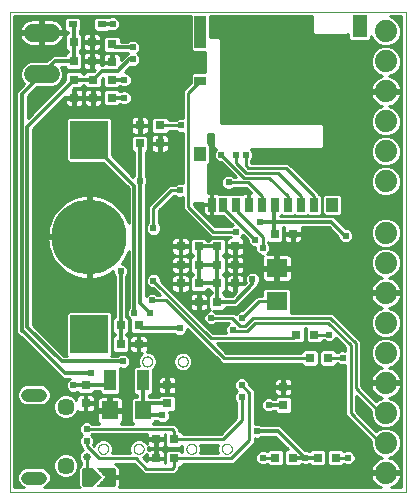
<source format=gbl>
G75*
%MOIN*%
%OFA0B0*%
%FSLAX25Y25*%
%IPPOS*%
%LPD*%
%AMOC8*
5,1,8,0,0,1.08239X$1,22.5*
%
%ADD10C,0.00000*%
%ADD11C,0.25000*%
%ADD12R,0.12598X0.12598*%
%ADD13R,0.03150X0.03150*%
%ADD14R,0.07087X0.06299*%
%ADD15R,0.02756X0.04724*%
%ADD16R,0.03937X0.04724*%
%ADD17R,0.03937X0.03150*%
%ADD18R,0.03937X0.11024*%
%ADD19R,0.05118X0.07480*%
%ADD20C,0.05709*%
%ADD21C,0.04362*%
%ADD22C,0.01500*%
%ADD23C,0.00200*%
%ADD24R,0.03150X0.02362*%
%ADD25C,0.05937*%
%ADD26R,0.03937X0.07087*%
%ADD27R,0.05512X0.06299*%
%ADD28C,0.07400*%
%ADD29C,0.01000*%
%ADD30C,0.02578*%
%ADD31C,0.02400*%
%ADD32C,0.01200*%
D10*
X0038342Y0011500D02*
X0038342Y0171500D01*
X0170342Y0171500D01*
X0170342Y0011500D01*
X0038342Y0011500D01*
X0067763Y0025900D02*
X0067765Y0025981D01*
X0067771Y0026063D01*
X0067781Y0026144D01*
X0067795Y0026224D01*
X0067812Y0026303D01*
X0067834Y0026382D01*
X0067859Y0026459D01*
X0067888Y0026536D01*
X0067921Y0026610D01*
X0067958Y0026683D01*
X0067997Y0026754D01*
X0068041Y0026823D01*
X0068087Y0026890D01*
X0068137Y0026954D01*
X0068190Y0027016D01*
X0068246Y0027076D01*
X0068304Y0027132D01*
X0068366Y0027186D01*
X0068430Y0027237D01*
X0068496Y0027284D01*
X0068564Y0027328D01*
X0068635Y0027369D01*
X0068707Y0027406D01*
X0068782Y0027440D01*
X0068857Y0027470D01*
X0068935Y0027496D01*
X0069013Y0027519D01*
X0069092Y0027537D01*
X0069172Y0027552D01*
X0069253Y0027563D01*
X0069334Y0027570D01*
X0069416Y0027573D01*
X0069497Y0027572D01*
X0069578Y0027567D01*
X0069659Y0027558D01*
X0069740Y0027545D01*
X0069820Y0027528D01*
X0069898Y0027508D01*
X0069976Y0027483D01*
X0070053Y0027455D01*
X0070128Y0027423D01*
X0070201Y0027388D01*
X0070272Y0027349D01*
X0070342Y0027306D01*
X0070409Y0027261D01*
X0070475Y0027212D01*
X0070537Y0027160D01*
X0070597Y0027104D01*
X0070654Y0027046D01*
X0070709Y0026986D01*
X0070760Y0026922D01*
X0070808Y0026857D01*
X0070853Y0026789D01*
X0070895Y0026719D01*
X0070933Y0026647D01*
X0070968Y0026573D01*
X0070999Y0026498D01*
X0071026Y0026421D01*
X0071049Y0026343D01*
X0071069Y0026264D01*
X0071085Y0026184D01*
X0071097Y0026103D01*
X0071105Y0026022D01*
X0071109Y0025941D01*
X0071109Y0025859D01*
X0071105Y0025778D01*
X0071097Y0025697D01*
X0071085Y0025616D01*
X0071069Y0025536D01*
X0071049Y0025457D01*
X0071026Y0025379D01*
X0070999Y0025302D01*
X0070968Y0025227D01*
X0070933Y0025153D01*
X0070895Y0025081D01*
X0070853Y0025011D01*
X0070808Y0024943D01*
X0070760Y0024878D01*
X0070709Y0024814D01*
X0070654Y0024754D01*
X0070597Y0024696D01*
X0070537Y0024640D01*
X0070475Y0024588D01*
X0070409Y0024539D01*
X0070342Y0024494D01*
X0070273Y0024451D01*
X0070201Y0024412D01*
X0070128Y0024377D01*
X0070053Y0024345D01*
X0069976Y0024317D01*
X0069898Y0024292D01*
X0069820Y0024272D01*
X0069740Y0024255D01*
X0069659Y0024242D01*
X0069578Y0024233D01*
X0069497Y0024228D01*
X0069416Y0024227D01*
X0069334Y0024230D01*
X0069253Y0024237D01*
X0069172Y0024248D01*
X0069092Y0024263D01*
X0069013Y0024281D01*
X0068935Y0024304D01*
X0068857Y0024330D01*
X0068782Y0024360D01*
X0068707Y0024394D01*
X0068635Y0024431D01*
X0068564Y0024472D01*
X0068496Y0024516D01*
X0068430Y0024563D01*
X0068366Y0024614D01*
X0068304Y0024668D01*
X0068246Y0024724D01*
X0068190Y0024784D01*
X0068137Y0024846D01*
X0068087Y0024910D01*
X0068041Y0024977D01*
X0067997Y0025046D01*
X0067958Y0025117D01*
X0067921Y0025190D01*
X0067888Y0025264D01*
X0067859Y0025341D01*
X0067834Y0025418D01*
X0067812Y0025497D01*
X0067795Y0025576D01*
X0067781Y0025656D01*
X0067771Y0025737D01*
X0067765Y0025819D01*
X0067763Y0025900D01*
X0079574Y0025900D02*
X0079576Y0025981D01*
X0079582Y0026063D01*
X0079592Y0026144D01*
X0079606Y0026224D01*
X0079623Y0026303D01*
X0079645Y0026382D01*
X0079670Y0026459D01*
X0079699Y0026536D01*
X0079732Y0026610D01*
X0079769Y0026683D01*
X0079808Y0026754D01*
X0079852Y0026823D01*
X0079898Y0026890D01*
X0079948Y0026954D01*
X0080001Y0027016D01*
X0080057Y0027076D01*
X0080115Y0027132D01*
X0080177Y0027186D01*
X0080241Y0027237D01*
X0080307Y0027284D01*
X0080375Y0027328D01*
X0080446Y0027369D01*
X0080518Y0027406D01*
X0080593Y0027440D01*
X0080668Y0027470D01*
X0080746Y0027496D01*
X0080824Y0027519D01*
X0080903Y0027537D01*
X0080983Y0027552D01*
X0081064Y0027563D01*
X0081145Y0027570D01*
X0081227Y0027573D01*
X0081308Y0027572D01*
X0081389Y0027567D01*
X0081470Y0027558D01*
X0081551Y0027545D01*
X0081631Y0027528D01*
X0081709Y0027508D01*
X0081787Y0027483D01*
X0081864Y0027455D01*
X0081939Y0027423D01*
X0082012Y0027388D01*
X0082083Y0027349D01*
X0082153Y0027306D01*
X0082220Y0027261D01*
X0082286Y0027212D01*
X0082348Y0027160D01*
X0082408Y0027104D01*
X0082465Y0027046D01*
X0082520Y0026986D01*
X0082571Y0026922D01*
X0082619Y0026857D01*
X0082664Y0026789D01*
X0082706Y0026719D01*
X0082744Y0026647D01*
X0082779Y0026573D01*
X0082810Y0026498D01*
X0082837Y0026421D01*
X0082860Y0026343D01*
X0082880Y0026264D01*
X0082896Y0026184D01*
X0082908Y0026103D01*
X0082916Y0026022D01*
X0082920Y0025941D01*
X0082920Y0025859D01*
X0082916Y0025778D01*
X0082908Y0025697D01*
X0082896Y0025616D01*
X0082880Y0025536D01*
X0082860Y0025457D01*
X0082837Y0025379D01*
X0082810Y0025302D01*
X0082779Y0025227D01*
X0082744Y0025153D01*
X0082706Y0025081D01*
X0082664Y0025011D01*
X0082619Y0024943D01*
X0082571Y0024878D01*
X0082520Y0024814D01*
X0082465Y0024754D01*
X0082408Y0024696D01*
X0082348Y0024640D01*
X0082286Y0024588D01*
X0082220Y0024539D01*
X0082153Y0024494D01*
X0082084Y0024451D01*
X0082012Y0024412D01*
X0081939Y0024377D01*
X0081864Y0024345D01*
X0081787Y0024317D01*
X0081709Y0024292D01*
X0081631Y0024272D01*
X0081551Y0024255D01*
X0081470Y0024242D01*
X0081389Y0024233D01*
X0081308Y0024228D01*
X0081227Y0024227D01*
X0081145Y0024230D01*
X0081064Y0024237D01*
X0080983Y0024248D01*
X0080903Y0024263D01*
X0080824Y0024281D01*
X0080746Y0024304D01*
X0080668Y0024330D01*
X0080593Y0024360D01*
X0080518Y0024394D01*
X0080446Y0024431D01*
X0080375Y0024472D01*
X0080307Y0024516D01*
X0080241Y0024563D01*
X0080177Y0024614D01*
X0080115Y0024668D01*
X0080057Y0024724D01*
X0080001Y0024784D01*
X0079948Y0024846D01*
X0079898Y0024910D01*
X0079852Y0024977D01*
X0079808Y0025046D01*
X0079769Y0025117D01*
X0079732Y0025190D01*
X0079699Y0025264D01*
X0079670Y0025341D01*
X0079645Y0025418D01*
X0079623Y0025497D01*
X0079606Y0025576D01*
X0079592Y0025656D01*
X0079582Y0025737D01*
X0079576Y0025819D01*
X0079574Y0025900D01*
X0097163Y0025900D02*
X0097165Y0025981D01*
X0097171Y0026063D01*
X0097181Y0026144D01*
X0097195Y0026224D01*
X0097212Y0026303D01*
X0097234Y0026382D01*
X0097259Y0026459D01*
X0097288Y0026536D01*
X0097321Y0026610D01*
X0097358Y0026683D01*
X0097397Y0026754D01*
X0097441Y0026823D01*
X0097487Y0026890D01*
X0097537Y0026954D01*
X0097590Y0027016D01*
X0097646Y0027076D01*
X0097704Y0027132D01*
X0097766Y0027186D01*
X0097830Y0027237D01*
X0097896Y0027284D01*
X0097964Y0027328D01*
X0098035Y0027369D01*
X0098107Y0027406D01*
X0098182Y0027440D01*
X0098257Y0027470D01*
X0098335Y0027496D01*
X0098413Y0027519D01*
X0098492Y0027537D01*
X0098572Y0027552D01*
X0098653Y0027563D01*
X0098734Y0027570D01*
X0098816Y0027573D01*
X0098897Y0027572D01*
X0098978Y0027567D01*
X0099059Y0027558D01*
X0099140Y0027545D01*
X0099220Y0027528D01*
X0099298Y0027508D01*
X0099376Y0027483D01*
X0099453Y0027455D01*
X0099528Y0027423D01*
X0099601Y0027388D01*
X0099672Y0027349D01*
X0099742Y0027306D01*
X0099809Y0027261D01*
X0099875Y0027212D01*
X0099937Y0027160D01*
X0099997Y0027104D01*
X0100054Y0027046D01*
X0100109Y0026986D01*
X0100160Y0026922D01*
X0100208Y0026857D01*
X0100253Y0026789D01*
X0100295Y0026719D01*
X0100333Y0026647D01*
X0100368Y0026573D01*
X0100399Y0026498D01*
X0100426Y0026421D01*
X0100449Y0026343D01*
X0100469Y0026264D01*
X0100485Y0026184D01*
X0100497Y0026103D01*
X0100505Y0026022D01*
X0100509Y0025941D01*
X0100509Y0025859D01*
X0100505Y0025778D01*
X0100497Y0025697D01*
X0100485Y0025616D01*
X0100469Y0025536D01*
X0100449Y0025457D01*
X0100426Y0025379D01*
X0100399Y0025302D01*
X0100368Y0025227D01*
X0100333Y0025153D01*
X0100295Y0025081D01*
X0100253Y0025011D01*
X0100208Y0024943D01*
X0100160Y0024878D01*
X0100109Y0024814D01*
X0100054Y0024754D01*
X0099997Y0024696D01*
X0099937Y0024640D01*
X0099875Y0024588D01*
X0099809Y0024539D01*
X0099742Y0024494D01*
X0099673Y0024451D01*
X0099601Y0024412D01*
X0099528Y0024377D01*
X0099453Y0024345D01*
X0099376Y0024317D01*
X0099298Y0024292D01*
X0099220Y0024272D01*
X0099140Y0024255D01*
X0099059Y0024242D01*
X0098978Y0024233D01*
X0098897Y0024228D01*
X0098816Y0024227D01*
X0098734Y0024230D01*
X0098653Y0024237D01*
X0098572Y0024248D01*
X0098492Y0024263D01*
X0098413Y0024281D01*
X0098335Y0024304D01*
X0098257Y0024330D01*
X0098182Y0024360D01*
X0098107Y0024394D01*
X0098035Y0024431D01*
X0097964Y0024472D01*
X0097896Y0024516D01*
X0097830Y0024563D01*
X0097766Y0024614D01*
X0097704Y0024668D01*
X0097646Y0024724D01*
X0097590Y0024784D01*
X0097537Y0024846D01*
X0097487Y0024910D01*
X0097441Y0024977D01*
X0097397Y0025046D01*
X0097358Y0025117D01*
X0097321Y0025190D01*
X0097288Y0025264D01*
X0097259Y0025341D01*
X0097234Y0025418D01*
X0097212Y0025497D01*
X0097195Y0025576D01*
X0097181Y0025656D01*
X0097171Y0025737D01*
X0097165Y0025819D01*
X0097163Y0025900D01*
X0108974Y0025900D02*
X0108976Y0025981D01*
X0108982Y0026063D01*
X0108992Y0026144D01*
X0109006Y0026224D01*
X0109023Y0026303D01*
X0109045Y0026382D01*
X0109070Y0026459D01*
X0109099Y0026536D01*
X0109132Y0026610D01*
X0109169Y0026683D01*
X0109208Y0026754D01*
X0109252Y0026823D01*
X0109298Y0026890D01*
X0109348Y0026954D01*
X0109401Y0027016D01*
X0109457Y0027076D01*
X0109515Y0027132D01*
X0109577Y0027186D01*
X0109641Y0027237D01*
X0109707Y0027284D01*
X0109775Y0027328D01*
X0109846Y0027369D01*
X0109918Y0027406D01*
X0109993Y0027440D01*
X0110068Y0027470D01*
X0110146Y0027496D01*
X0110224Y0027519D01*
X0110303Y0027537D01*
X0110383Y0027552D01*
X0110464Y0027563D01*
X0110545Y0027570D01*
X0110627Y0027573D01*
X0110708Y0027572D01*
X0110789Y0027567D01*
X0110870Y0027558D01*
X0110951Y0027545D01*
X0111031Y0027528D01*
X0111109Y0027508D01*
X0111187Y0027483D01*
X0111264Y0027455D01*
X0111339Y0027423D01*
X0111412Y0027388D01*
X0111483Y0027349D01*
X0111553Y0027306D01*
X0111620Y0027261D01*
X0111686Y0027212D01*
X0111748Y0027160D01*
X0111808Y0027104D01*
X0111865Y0027046D01*
X0111920Y0026986D01*
X0111971Y0026922D01*
X0112019Y0026857D01*
X0112064Y0026789D01*
X0112106Y0026719D01*
X0112144Y0026647D01*
X0112179Y0026573D01*
X0112210Y0026498D01*
X0112237Y0026421D01*
X0112260Y0026343D01*
X0112280Y0026264D01*
X0112296Y0026184D01*
X0112308Y0026103D01*
X0112316Y0026022D01*
X0112320Y0025941D01*
X0112320Y0025859D01*
X0112316Y0025778D01*
X0112308Y0025697D01*
X0112296Y0025616D01*
X0112280Y0025536D01*
X0112260Y0025457D01*
X0112237Y0025379D01*
X0112210Y0025302D01*
X0112179Y0025227D01*
X0112144Y0025153D01*
X0112106Y0025081D01*
X0112064Y0025011D01*
X0112019Y0024943D01*
X0111971Y0024878D01*
X0111920Y0024814D01*
X0111865Y0024754D01*
X0111808Y0024696D01*
X0111748Y0024640D01*
X0111686Y0024588D01*
X0111620Y0024539D01*
X0111553Y0024494D01*
X0111484Y0024451D01*
X0111412Y0024412D01*
X0111339Y0024377D01*
X0111264Y0024345D01*
X0111187Y0024317D01*
X0111109Y0024292D01*
X0111031Y0024272D01*
X0110951Y0024255D01*
X0110870Y0024242D01*
X0110789Y0024233D01*
X0110708Y0024228D01*
X0110627Y0024227D01*
X0110545Y0024230D01*
X0110464Y0024237D01*
X0110383Y0024248D01*
X0110303Y0024263D01*
X0110224Y0024281D01*
X0110146Y0024304D01*
X0110068Y0024330D01*
X0109993Y0024360D01*
X0109918Y0024394D01*
X0109846Y0024431D01*
X0109775Y0024472D01*
X0109707Y0024516D01*
X0109641Y0024563D01*
X0109577Y0024614D01*
X0109515Y0024668D01*
X0109457Y0024724D01*
X0109401Y0024784D01*
X0109348Y0024846D01*
X0109298Y0024910D01*
X0109252Y0024977D01*
X0109208Y0025046D01*
X0109169Y0025117D01*
X0109132Y0025190D01*
X0109099Y0025264D01*
X0109070Y0025341D01*
X0109045Y0025418D01*
X0109023Y0025497D01*
X0109006Y0025576D01*
X0108992Y0025656D01*
X0108982Y0025737D01*
X0108976Y0025819D01*
X0108974Y0025900D01*
X0094274Y0055000D02*
X0094276Y0055081D01*
X0094282Y0055163D01*
X0094292Y0055244D01*
X0094306Y0055324D01*
X0094323Y0055403D01*
X0094345Y0055482D01*
X0094370Y0055559D01*
X0094399Y0055636D01*
X0094432Y0055710D01*
X0094469Y0055783D01*
X0094508Y0055854D01*
X0094552Y0055923D01*
X0094598Y0055990D01*
X0094648Y0056054D01*
X0094701Y0056116D01*
X0094757Y0056176D01*
X0094815Y0056232D01*
X0094877Y0056286D01*
X0094941Y0056337D01*
X0095007Y0056384D01*
X0095075Y0056428D01*
X0095146Y0056469D01*
X0095218Y0056506D01*
X0095293Y0056540D01*
X0095368Y0056570D01*
X0095446Y0056596D01*
X0095524Y0056619D01*
X0095603Y0056637D01*
X0095683Y0056652D01*
X0095764Y0056663D01*
X0095845Y0056670D01*
X0095927Y0056673D01*
X0096008Y0056672D01*
X0096089Y0056667D01*
X0096170Y0056658D01*
X0096251Y0056645D01*
X0096331Y0056628D01*
X0096409Y0056608D01*
X0096487Y0056583D01*
X0096564Y0056555D01*
X0096639Y0056523D01*
X0096712Y0056488D01*
X0096783Y0056449D01*
X0096853Y0056406D01*
X0096920Y0056361D01*
X0096986Y0056312D01*
X0097048Y0056260D01*
X0097108Y0056204D01*
X0097165Y0056146D01*
X0097220Y0056086D01*
X0097271Y0056022D01*
X0097319Y0055957D01*
X0097364Y0055889D01*
X0097406Y0055819D01*
X0097444Y0055747D01*
X0097479Y0055673D01*
X0097510Y0055598D01*
X0097537Y0055521D01*
X0097560Y0055443D01*
X0097580Y0055364D01*
X0097596Y0055284D01*
X0097608Y0055203D01*
X0097616Y0055122D01*
X0097620Y0055041D01*
X0097620Y0054959D01*
X0097616Y0054878D01*
X0097608Y0054797D01*
X0097596Y0054716D01*
X0097580Y0054636D01*
X0097560Y0054557D01*
X0097537Y0054479D01*
X0097510Y0054402D01*
X0097479Y0054327D01*
X0097444Y0054253D01*
X0097406Y0054181D01*
X0097364Y0054111D01*
X0097319Y0054043D01*
X0097271Y0053978D01*
X0097220Y0053914D01*
X0097165Y0053854D01*
X0097108Y0053796D01*
X0097048Y0053740D01*
X0096986Y0053688D01*
X0096920Y0053639D01*
X0096853Y0053594D01*
X0096784Y0053551D01*
X0096712Y0053512D01*
X0096639Y0053477D01*
X0096564Y0053445D01*
X0096487Y0053417D01*
X0096409Y0053392D01*
X0096331Y0053372D01*
X0096251Y0053355D01*
X0096170Y0053342D01*
X0096089Y0053333D01*
X0096008Y0053328D01*
X0095927Y0053327D01*
X0095845Y0053330D01*
X0095764Y0053337D01*
X0095683Y0053348D01*
X0095603Y0053363D01*
X0095524Y0053381D01*
X0095446Y0053404D01*
X0095368Y0053430D01*
X0095293Y0053460D01*
X0095218Y0053494D01*
X0095146Y0053531D01*
X0095075Y0053572D01*
X0095007Y0053616D01*
X0094941Y0053663D01*
X0094877Y0053714D01*
X0094815Y0053768D01*
X0094757Y0053824D01*
X0094701Y0053884D01*
X0094648Y0053946D01*
X0094598Y0054010D01*
X0094552Y0054077D01*
X0094508Y0054146D01*
X0094469Y0054217D01*
X0094432Y0054290D01*
X0094399Y0054364D01*
X0094370Y0054441D01*
X0094345Y0054518D01*
X0094323Y0054597D01*
X0094306Y0054676D01*
X0094292Y0054756D01*
X0094282Y0054837D01*
X0094276Y0054919D01*
X0094274Y0055000D01*
X0082463Y0055000D02*
X0082465Y0055081D01*
X0082471Y0055163D01*
X0082481Y0055244D01*
X0082495Y0055324D01*
X0082512Y0055403D01*
X0082534Y0055482D01*
X0082559Y0055559D01*
X0082588Y0055636D01*
X0082621Y0055710D01*
X0082658Y0055783D01*
X0082697Y0055854D01*
X0082741Y0055923D01*
X0082787Y0055990D01*
X0082837Y0056054D01*
X0082890Y0056116D01*
X0082946Y0056176D01*
X0083004Y0056232D01*
X0083066Y0056286D01*
X0083130Y0056337D01*
X0083196Y0056384D01*
X0083264Y0056428D01*
X0083335Y0056469D01*
X0083407Y0056506D01*
X0083482Y0056540D01*
X0083557Y0056570D01*
X0083635Y0056596D01*
X0083713Y0056619D01*
X0083792Y0056637D01*
X0083872Y0056652D01*
X0083953Y0056663D01*
X0084034Y0056670D01*
X0084116Y0056673D01*
X0084197Y0056672D01*
X0084278Y0056667D01*
X0084359Y0056658D01*
X0084440Y0056645D01*
X0084520Y0056628D01*
X0084598Y0056608D01*
X0084676Y0056583D01*
X0084753Y0056555D01*
X0084828Y0056523D01*
X0084901Y0056488D01*
X0084972Y0056449D01*
X0085042Y0056406D01*
X0085109Y0056361D01*
X0085175Y0056312D01*
X0085237Y0056260D01*
X0085297Y0056204D01*
X0085354Y0056146D01*
X0085409Y0056086D01*
X0085460Y0056022D01*
X0085508Y0055957D01*
X0085553Y0055889D01*
X0085595Y0055819D01*
X0085633Y0055747D01*
X0085668Y0055673D01*
X0085699Y0055598D01*
X0085726Y0055521D01*
X0085749Y0055443D01*
X0085769Y0055364D01*
X0085785Y0055284D01*
X0085797Y0055203D01*
X0085805Y0055122D01*
X0085809Y0055041D01*
X0085809Y0054959D01*
X0085805Y0054878D01*
X0085797Y0054797D01*
X0085785Y0054716D01*
X0085769Y0054636D01*
X0085749Y0054557D01*
X0085726Y0054479D01*
X0085699Y0054402D01*
X0085668Y0054327D01*
X0085633Y0054253D01*
X0085595Y0054181D01*
X0085553Y0054111D01*
X0085508Y0054043D01*
X0085460Y0053978D01*
X0085409Y0053914D01*
X0085354Y0053854D01*
X0085297Y0053796D01*
X0085237Y0053740D01*
X0085175Y0053688D01*
X0085109Y0053639D01*
X0085042Y0053594D01*
X0084973Y0053551D01*
X0084901Y0053512D01*
X0084828Y0053477D01*
X0084753Y0053445D01*
X0084676Y0053417D01*
X0084598Y0053392D01*
X0084520Y0053372D01*
X0084440Y0053355D01*
X0084359Y0053342D01*
X0084278Y0053333D01*
X0084197Y0053328D01*
X0084116Y0053327D01*
X0084034Y0053330D01*
X0083953Y0053337D01*
X0083872Y0053348D01*
X0083792Y0053363D01*
X0083713Y0053381D01*
X0083635Y0053404D01*
X0083557Y0053430D01*
X0083482Y0053460D01*
X0083407Y0053494D01*
X0083335Y0053531D01*
X0083264Y0053572D01*
X0083196Y0053616D01*
X0083130Y0053663D01*
X0083066Y0053714D01*
X0083004Y0053768D01*
X0082946Y0053824D01*
X0082890Y0053884D01*
X0082837Y0053946D01*
X0082787Y0054010D01*
X0082741Y0054077D01*
X0082697Y0054146D01*
X0082658Y0054217D01*
X0082621Y0054290D01*
X0082588Y0054364D01*
X0082559Y0054441D01*
X0082534Y0054518D01*
X0082512Y0054597D01*
X0082495Y0054676D01*
X0082481Y0054756D01*
X0082471Y0054837D01*
X0082465Y0054919D01*
X0082463Y0055000D01*
D11*
X0064742Y0096500D03*
D12*
X0064742Y0128883D03*
X0064742Y0064117D03*
D13*
X0075242Y0067000D03*
X0075242Y0060800D03*
X0081242Y0060800D03*
X0081242Y0067000D03*
X0095242Y0081000D03*
X0095242Y0087200D03*
X0095242Y0093400D03*
X0101242Y0093400D03*
X0107442Y0093400D03*
X0107442Y0087200D03*
X0107442Y0081000D03*
X0101242Y0081000D03*
X0101242Y0087200D03*
X0101342Y0074800D03*
X0107342Y0074800D03*
X0113442Y0081000D03*
X0113442Y0087200D03*
X0113442Y0093400D03*
X0126642Y0097500D03*
X0132642Y0097500D03*
X0133842Y0063900D03*
X0139842Y0063900D03*
X0138342Y0056200D03*
X0144342Y0056200D03*
X0129442Y0046500D03*
X0129442Y0040500D03*
X0126742Y0022900D03*
X0132742Y0022900D03*
X0140942Y0022900D03*
X0146942Y0022900D03*
X0093042Y0022700D03*
X0087042Y0022700D03*
X0087042Y0029100D03*
X0093042Y0029100D03*
X0090742Y0041100D03*
X0090742Y0047100D03*
X0063542Y0047100D03*
X0063542Y0041100D03*
X0081642Y0127700D03*
X0081642Y0133700D03*
X0088342Y0133700D03*
X0088342Y0127700D03*
X0072342Y0142900D03*
X0072342Y0148900D03*
X0072342Y0154700D03*
X0072342Y0160700D03*
X0065642Y0161500D03*
X0059642Y0161500D03*
X0059642Y0155200D03*
X0065642Y0155200D03*
X0066042Y0148900D03*
X0066042Y0142900D03*
X0059742Y0142900D03*
X0059742Y0148900D03*
D14*
X0127342Y0086112D03*
X0127342Y0075088D03*
D15*
X0126648Y0107300D03*
X0122317Y0107300D03*
X0117987Y0107300D03*
X0113656Y0107300D03*
X0109325Y0107300D03*
X0105585Y0107300D03*
X0130979Y0107300D03*
X0135310Y0107300D03*
X0139640Y0107300D03*
D16*
X0145743Y0107300D03*
X0101845Y0124229D03*
D17*
X0101845Y0148639D03*
D18*
X0101845Y0164977D03*
D19*
X0154995Y0166749D03*
D20*
X0056972Y0039943D03*
X0056972Y0020257D03*
D21*
X0048523Y0016320D02*
X0044161Y0016320D01*
X0044161Y0043880D02*
X0048523Y0043880D01*
D22*
X0063192Y0014250D02*
X0064692Y0014250D01*
X0063192Y0014250D02*
X0063192Y0018750D01*
X0064692Y0018750D01*
X0064692Y0014250D01*
X0064692Y0015749D02*
X0063192Y0015749D01*
X0063192Y0017248D02*
X0064692Y0017248D01*
X0064692Y0018747D02*
X0063192Y0018747D01*
X0071192Y0014250D02*
X0072692Y0014250D01*
X0071192Y0014250D02*
X0071192Y0018750D01*
X0072692Y0018750D01*
X0072692Y0014250D01*
X0072692Y0015749D02*
X0071192Y0015749D01*
X0071192Y0017248D02*
X0072692Y0017248D01*
X0072692Y0018747D02*
X0071192Y0018747D01*
D23*
X0072442Y0018845D02*
X0067978Y0018845D01*
X0068169Y0018646D02*
X0072442Y0018646D01*
X0072442Y0018448D02*
X0068361Y0018448D01*
X0068553Y0018249D02*
X0072442Y0018249D01*
X0072442Y0018051D02*
X0068744Y0018051D01*
X0068936Y0017852D02*
X0072442Y0017852D01*
X0072442Y0017654D02*
X0069128Y0017654D01*
X0069319Y0017455D02*
X0072442Y0017455D01*
X0072442Y0017257D02*
X0069511Y0017257D01*
X0069703Y0017058D02*
X0072442Y0017058D01*
X0072442Y0016860D02*
X0069894Y0016860D01*
X0070086Y0016661D02*
X0072442Y0016661D01*
X0072442Y0016463D02*
X0070206Y0016463D01*
X0070242Y0016500D02*
X0067442Y0019400D01*
X0072442Y0019400D01*
X0072442Y0013600D01*
X0067442Y0013600D01*
X0070242Y0016500D01*
X0070014Y0016264D02*
X0072442Y0016264D01*
X0072442Y0016066D02*
X0069823Y0016066D01*
X0069631Y0015867D02*
X0072442Y0015867D01*
X0072442Y0015669D02*
X0069439Y0015669D01*
X0069248Y0015470D02*
X0072442Y0015470D01*
X0072442Y0015272D02*
X0069056Y0015272D01*
X0068864Y0015073D02*
X0072442Y0015073D01*
X0072442Y0014875D02*
X0068673Y0014875D01*
X0068481Y0014676D02*
X0072442Y0014676D01*
X0072442Y0014478D02*
X0068289Y0014478D01*
X0068098Y0014279D02*
X0072442Y0014279D01*
X0072442Y0014081D02*
X0067906Y0014081D01*
X0067714Y0013882D02*
X0072442Y0013882D01*
X0072442Y0013684D02*
X0067523Y0013684D01*
X0066569Y0014478D02*
X0063442Y0014478D01*
X0063442Y0014676D02*
X0066768Y0014676D01*
X0066966Y0014875D02*
X0063442Y0014875D01*
X0063442Y0015073D02*
X0067165Y0015073D01*
X0067364Y0015272D02*
X0063442Y0015272D01*
X0063442Y0015470D02*
X0067562Y0015470D01*
X0067761Y0015669D02*
X0063442Y0015669D01*
X0063442Y0015867D02*
X0067959Y0015867D01*
X0068158Y0016066D02*
X0063442Y0016066D01*
X0063442Y0016264D02*
X0068356Y0016264D01*
X0068555Y0016463D02*
X0063442Y0016463D01*
X0063442Y0016661D02*
X0068431Y0016661D01*
X0068592Y0016500D02*
X0065692Y0019400D01*
X0063442Y0019400D01*
X0063442Y0013600D01*
X0065692Y0013600D01*
X0068592Y0016500D01*
X0068232Y0016860D02*
X0063442Y0016860D01*
X0063442Y0017058D02*
X0068033Y0017058D01*
X0067835Y0017257D02*
X0063442Y0017257D01*
X0063442Y0017455D02*
X0067636Y0017455D01*
X0067438Y0017654D02*
X0063442Y0017654D01*
X0063442Y0017852D02*
X0067239Y0017852D01*
X0067041Y0018051D02*
X0063442Y0018051D01*
X0063442Y0018249D02*
X0066842Y0018249D01*
X0066644Y0018448D02*
X0063442Y0018448D01*
X0063442Y0018646D02*
X0066445Y0018646D01*
X0066247Y0018845D02*
X0063442Y0018845D01*
X0063442Y0019043D02*
X0066048Y0019043D01*
X0065850Y0019242D02*
X0063442Y0019242D01*
X0067594Y0019242D02*
X0072442Y0019242D01*
X0072442Y0019043D02*
X0067786Y0019043D01*
X0066371Y0014279D02*
X0063442Y0014279D01*
X0063442Y0014081D02*
X0066172Y0014081D01*
X0065974Y0013882D02*
X0063442Y0013882D01*
X0063442Y0013684D02*
X0065775Y0013684D01*
D24*
X0069063Y0167400D03*
X0059221Y0167400D03*
D25*
X0051910Y0164590D02*
X0045973Y0164590D01*
X0045973Y0150810D02*
X0051910Y0150810D01*
D26*
X0071630Y0048700D03*
X0082654Y0048700D03*
D27*
X0082654Y0038700D03*
X0071630Y0038700D03*
D28*
X0163642Y0037900D03*
X0163642Y0047900D03*
X0163642Y0057900D03*
X0163642Y0067900D03*
X0163642Y0077900D03*
X0163642Y0087900D03*
X0163642Y0097900D03*
X0163642Y0115100D03*
X0163642Y0125100D03*
X0163642Y0135100D03*
X0163642Y0145100D03*
X0163642Y0155100D03*
X0163642Y0165100D03*
X0163642Y0027900D03*
X0163642Y0017900D03*
D29*
X0164142Y0017491D02*
X0168842Y0017491D01*
X0168827Y0017400D02*
X0164142Y0017400D01*
X0164142Y0018400D01*
X0168827Y0018400D01*
X0168714Y0019118D01*
X0168461Y0019896D01*
X0168089Y0020625D01*
X0167608Y0021288D01*
X0167029Y0021866D01*
X0166367Y0022347D01*
X0165638Y0022719D01*
X0164859Y0022972D01*
X0164824Y0022978D01*
X0166474Y0023661D01*
X0167881Y0025068D01*
X0168642Y0026905D01*
X0168642Y0028895D01*
X0167881Y0030732D01*
X0166474Y0032139D01*
X0164636Y0032900D01*
X0166474Y0033661D01*
X0167881Y0035068D01*
X0168642Y0036905D01*
X0168642Y0038895D01*
X0167881Y0040732D01*
X0166474Y0042139D01*
X0164824Y0042822D01*
X0164859Y0042828D01*
X0165638Y0043081D01*
X0166367Y0043453D01*
X0167029Y0043934D01*
X0167608Y0044512D01*
X0168089Y0045175D01*
X0168461Y0045904D01*
X0168714Y0046682D01*
X0168827Y0047400D01*
X0164142Y0047400D01*
X0164142Y0048400D01*
X0168827Y0048400D01*
X0168714Y0049118D01*
X0168461Y0049896D01*
X0168089Y0050625D01*
X0167608Y0051288D01*
X0167029Y0051866D01*
X0166367Y0052347D01*
X0165638Y0052719D01*
X0164859Y0052972D01*
X0164824Y0052978D01*
X0166474Y0053661D01*
X0167881Y0055068D01*
X0168642Y0056905D01*
X0168642Y0058895D01*
X0167881Y0060732D01*
X0166474Y0062139D01*
X0164636Y0062900D01*
X0166474Y0063661D01*
X0167881Y0065068D01*
X0168642Y0066905D01*
X0168642Y0068895D01*
X0167881Y0070732D01*
X0166474Y0072139D01*
X0164824Y0072822D01*
X0164859Y0072828D01*
X0165638Y0073081D01*
X0166367Y0073453D01*
X0167029Y0073934D01*
X0167608Y0074512D01*
X0168089Y0075175D01*
X0168461Y0075904D01*
X0168714Y0076682D01*
X0168827Y0077400D01*
X0164142Y0077400D01*
X0164142Y0078400D01*
X0168827Y0078400D01*
X0168714Y0079118D01*
X0168461Y0079896D01*
X0168089Y0080625D01*
X0167608Y0081288D01*
X0167029Y0081866D01*
X0166367Y0082347D01*
X0165638Y0082719D01*
X0164859Y0082972D01*
X0164824Y0082978D01*
X0166474Y0083661D01*
X0167881Y0085068D01*
X0168642Y0086905D01*
X0168642Y0088895D01*
X0167881Y0090732D01*
X0166474Y0092139D01*
X0164636Y0092900D01*
X0166474Y0093661D01*
X0167881Y0095068D01*
X0168642Y0096905D01*
X0168642Y0098895D01*
X0167881Y0100732D01*
X0166474Y0102139D01*
X0164636Y0102900D01*
X0162647Y0102900D01*
X0160810Y0102139D01*
X0159403Y0100732D01*
X0158642Y0098895D01*
X0158642Y0096905D01*
X0159403Y0095068D01*
X0160810Y0093661D01*
X0162647Y0092900D01*
X0164636Y0092900D01*
X0162647Y0092900D01*
X0160810Y0092139D01*
X0159403Y0090732D01*
X0158642Y0088895D01*
X0158642Y0086905D01*
X0159403Y0085068D01*
X0160810Y0083661D01*
X0162460Y0082978D01*
X0162424Y0082972D01*
X0161646Y0082719D01*
X0160916Y0082347D01*
X0160254Y0081866D01*
X0159675Y0081288D01*
X0159194Y0080625D01*
X0158823Y0079896D01*
X0158570Y0079118D01*
X0158456Y0078400D01*
X0163142Y0078400D01*
X0163142Y0077400D01*
X0158456Y0077400D01*
X0158570Y0076682D01*
X0158823Y0075904D01*
X0159194Y0075175D01*
X0159675Y0074512D01*
X0160254Y0073934D01*
X0160916Y0073453D01*
X0161646Y0073081D01*
X0162424Y0072828D01*
X0162460Y0072822D01*
X0160810Y0072139D01*
X0159403Y0070732D01*
X0158642Y0068895D01*
X0158642Y0066905D01*
X0159403Y0065068D01*
X0160810Y0063661D01*
X0162647Y0062900D01*
X0164636Y0062900D01*
X0162647Y0062900D01*
X0160810Y0062139D01*
X0159403Y0060732D01*
X0158642Y0058895D01*
X0158642Y0056905D01*
X0159403Y0055068D01*
X0160810Y0053661D01*
X0162460Y0052978D01*
X0162424Y0052972D01*
X0161646Y0052719D01*
X0160916Y0052347D01*
X0160254Y0051866D01*
X0159675Y0051288D01*
X0159194Y0050625D01*
X0158823Y0049896D01*
X0158570Y0049118D01*
X0158456Y0048400D01*
X0163142Y0048400D01*
X0163142Y0047400D01*
X0158456Y0047400D01*
X0158570Y0046682D01*
X0158823Y0045904D01*
X0159194Y0045175D01*
X0159675Y0044512D01*
X0160254Y0043934D01*
X0160916Y0043453D01*
X0161646Y0043081D01*
X0162424Y0042828D01*
X0162460Y0042822D01*
X0160810Y0042139D01*
X0160429Y0041758D01*
X0155342Y0046846D01*
X0155342Y0059013D01*
X0155342Y0061895D01*
X0145937Y0071300D01*
X0132085Y0071300D01*
X0132185Y0071400D01*
X0132185Y0078776D01*
X0131424Y0079538D01*
X0123260Y0079538D01*
X0122498Y0078776D01*
X0122498Y0076888D01*
X0120684Y0076888D01*
X0115796Y0072000D01*
X0115345Y0072000D01*
X0114426Y0071619D01*
X0113722Y0070916D01*
X0113620Y0070668D01*
X0112987Y0071300D01*
X0107077Y0071300D01*
X0106758Y0071619D01*
X0106020Y0071925D01*
X0109455Y0071925D01*
X0110217Y0072687D01*
X0110217Y0073000D01*
X0114029Y0073000D01*
X0115142Y0074113D01*
X0121042Y0080013D01*
X0121042Y0080764D01*
X0121261Y0080984D01*
X0121642Y0081903D01*
X0121642Y0082897D01*
X0121261Y0083816D01*
X0120558Y0084519D01*
X0119639Y0084900D01*
X0118645Y0084900D01*
X0117726Y0084519D01*
X0117022Y0083816D01*
X0116642Y0082897D01*
X0116642Y0081903D01*
X0116910Y0081255D01*
X0116367Y0080713D01*
X0113729Y0080713D01*
X0113729Y0081287D01*
X0116517Y0081287D01*
X0116517Y0082772D01*
X0116414Y0083154D01*
X0116217Y0083496D01*
X0115938Y0083775D01*
X0115596Y0083973D01*
X0115214Y0084075D01*
X0113729Y0084075D01*
X0113729Y0081287D01*
X0113154Y0081287D01*
X0113154Y0080713D01*
X0110367Y0080713D01*
X0110367Y0079228D01*
X0110469Y0078846D01*
X0110667Y0078504D01*
X0110946Y0078225D01*
X0111288Y0078027D01*
X0111670Y0077925D01*
X0113154Y0077925D01*
X0113154Y0080713D01*
X0113729Y0080713D01*
X0113729Y0078074D01*
X0112455Y0076800D01*
X0110217Y0076800D01*
X0110217Y0076913D01*
X0109455Y0077675D01*
X0109342Y0077675D01*
X0109342Y0078125D01*
X0109555Y0078125D01*
X0110317Y0078887D01*
X0110317Y0083113D01*
X0109555Y0083875D01*
X0109342Y0083875D01*
X0109342Y0084325D01*
X0109555Y0084325D01*
X0110317Y0085087D01*
X0110317Y0089313D01*
X0109555Y0090075D01*
X0109342Y0090075D01*
X0109342Y0090525D01*
X0109555Y0090525D01*
X0110317Y0091287D01*
X0110317Y0095513D01*
X0109555Y0096275D01*
X0105329Y0096275D01*
X0104567Y0095513D01*
X0104567Y0095300D01*
X0104117Y0095300D01*
X0104117Y0095513D01*
X0103355Y0096275D01*
X0099129Y0096275D01*
X0098367Y0095513D01*
X0098367Y0091287D01*
X0099129Y0090525D01*
X0099342Y0090525D01*
X0099342Y0090075D01*
X0099129Y0090075D01*
X0098367Y0089313D01*
X0098367Y0085087D01*
X0099129Y0084325D01*
X0099342Y0084325D01*
X0099342Y0083875D01*
X0099129Y0083875D01*
X0098367Y0083113D01*
X0098367Y0078887D01*
X0099129Y0078125D01*
X0103355Y0078125D01*
X0104117Y0078887D01*
X0104117Y0079100D01*
X0104567Y0079100D01*
X0104567Y0078887D01*
X0105329Y0078125D01*
X0105542Y0078125D01*
X0105542Y0077675D01*
X0105229Y0077675D01*
X0104467Y0076913D01*
X0104467Y0072687D01*
X0105154Y0072000D01*
X0104845Y0072000D01*
X0103926Y0071619D01*
X0103222Y0070916D01*
X0102842Y0069997D01*
X0102842Y0069003D01*
X0103222Y0068084D01*
X0103926Y0067381D01*
X0104845Y0067000D01*
X0105839Y0067000D01*
X0106758Y0067381D01*
X0107077Y0067700D01*
X0111320Y0067700D01*
X0111126Y0067619D01*
X0110422Y0066916D01*
X0110042Y0065997D01*
X0110042Y0065003D01*
X0110209Y0064600D01*
X0105987Y0064600D01*
X0088642Y0081946D01*
X0088642Y0082397D01*
X0088261Y0083316D01*
X0087558Y0084019D01*
X0086639Y0084400D01*
X0085645Y0084400D01*
X0084726Y0084019D01*
X0084022Y0083316D01*
X0083642Y0082397D01*
X0083642Y0081403D01*
X0084022Y0080484D01*
X0084726Y0079781D01*
X0085645Y0079400D01*
X0086096Y0079400D01*
X0088296Y0077200D01*
X0087377Y0077200D01*
X0087058Y0077519D01*
X0086139Y0077900D01*
X0085145Y0077900D01*
X0084226Y0077519D01*
X0083542Y0076836D01*
X0083542Y0113664D01*
X0083761Y0113884D01*
X0084142Y0114803D01*
X0084142Y0115797D01*
X0083761Y0116716D01*
X0083542Y0116936D01*
X0083542Y0124825D01*
X0083755Y0124825D01*
X0084517Y0125587D01*
X0084517Y0129813D01*
X0083755Y0130575D01*
X0079529Y0130575D01*
X0078767Y0129813D01*
X0078767Y0125587D01*
X0079529Y0124825D01*
X0079742Y0124825D01*
X0079742Y0116936D01*
X0079522Y0116716D01*
X0079461Y0116568D01*
X0072341Y0123688D01*
X0072341Y0135721D01*
X0071579Y0136483D01*
X0057904Y0136483D01*
X0057143Y0135721D01*
X0057143Y0122046D01*
X0057904Y0121284D01*
X0069371Y0121284D01*
X0077942Y0112713D01*
X0077942Y0101214D01*
X0077939Y0101222D01*
X0077413Y0102493D01*
X0076764Y0103706D01*
X0076000Y0104850D01*
X0075128Y0105913D01*
X0074155Y0106886D01*
X0073092Y0107758D01*
X0071948Y0108523D01*
X0070735Y0109171D01*
X0069464Y0109698D01*
X0068148Y0110097D01*
X0066799Y0110365D01*
X0065430Y0110500D01*
X0065242Y0110500D01*
X0065242Y0097000D01*
X0064242Y0097000D01*
X0064242Y0110500D01*
X0064054Y0110500D01*
X0062685Y0110365D01*
X0061336Y0110097D01*
X0060020Y0109698D01*
X0058749Y0109171D01*
X0057536Y0108523D01*
X0056392Y0107758D01*
X0055329Y0106886D01*
X0054356Y0105913D01*
X0053483Y0104850D01*
X0052719Y0103706D01*
X0052071Y0102493D01*
X0051544Y0101222D01*
X0051145Y0099906D01*
X0050877Y0098557D01*
X0050742Y0097188D01*
X0050742Y0097000D01*
X0064242Y0097000D01*
X0064242Y0096000D01*
X0065242Y0096000D01*
X0065242Y0082500D01*
X0065430Y0082500D01*
X0066799Y0082635D01*
X0068148Y0082903D01*
X0069464Y0083302D01*
X0070735Y0083829D01*
X0071948Y0084477D01*
X0072742Y0085008D01*
X0072742Y0084603D01*
X0073122Y0083684D01*
X0073342Y0083464D01*
X0073342Y0069875D01*
X0073129Y0069875D01*
X0072367Y0069113D01*
X0072367Y0064887D01*
X0073129Y0064125D01*
X0073342Y0064125D01*
X0073342Y0063675D01*
X0073129Y0063675D01*
X0072367Y0062913D01*
X0072367Y0058687D01*
X0073129Y0057925D01*
X0077355Y0057925D01*
X0078117Y0058687D01*
X0078117Y0062913D01*
X0077355Y0063675D01*
X0077142Y0063675D01*
X0077142Y0064125D01*
X0077355Y0064125D01*
X0078117Y0064887D01*
X0078117Y0069113D01*
X0077355Y0069875D01*
X0077142Y0069875D01*
X0077142Y0083464D01*
X0077361Y0083684D01*
X0077742Y0084603D01*
X0077742Y0085597D01*
X0077361Y0086516D01*
X0076658Y0087219D01*
X0075739Y0087600D01*
X0075549Y0087600D01*
X0076000Y0088150D01*
X0076764Y0089294D01*
X0077413Y0090507D01*
X0077939Y0091778D01*
X0077942Y0091786D01*
X0077942Y0072836D01*
X0077722Y0072616D01*
X0077342Y0071697D01*
X0077342Y0070703D01*
X0077722Y0069784D01*
X0078380Y0069126D01*
X0078367Y0069113D01*
X0078367Y0064887D01*
X0079129Y0064125D01*
X0083355Y0064125D01*
X0083430Y0064200D01*
X0093306Y0064200D01*
X0093526Y0063981D01*
X0094445Y0063600D01*
X0095439Y0063600D01*
X0096358Y0063981D01*
X0097061Y0064684D01*
X0097442Y0065603D01*
X0097442Y0065792D01*
X0107879Y0055354D01*
X0108933Y0054300D01*
X0135467Y0054300D01*
X0135467Y0054087D01*
X0136229Y0053325D01*
X0140455Y0053325D01*
X0141217Y0054087D01*
X0141217Y0058313D01*
X0140455Y0059075D01*
X0136229Y0059075D01*
X0135467Y0058313D01*
X0135467Y0057900D01*
X0110425Y0057900D01*
X0107325Y0061000D01*
X0133487Y0061000D01*
X0133513Y0061025D01*
X0135955Y0061025D01*
X0136717Y0061787D01*
X0136717Y0066013D01*
X0136630Y0066100D01*
X0137054Y0066100D01*
X0136967Y0066013D01*
X0136967Y0061787D01*
X0137729Y0061025D01*
X0141955Y0061025D01*
X0142717Y0061787D01*
X0142717Y0062100D01*
X0143006Y0062100D01*
X0143326Y0061781D01*
X0144245Y0061400D01*
X0145239Y0061400D01*
X0146158Y0061781D01*
X0146861Y0062484D01*
X0147000Y0062818D01*
X0150142Y0059676D01*
X0150142Y0058533D01*
X0149739Y0058700D01*
X0148745Y0058700D01*
X0147826Y0058319D01*
X0147506Y0058000D01*
X0147217Y0058000D01*
X0147217Y0058313D01*
X0146455Y0059075D01*
X0142229Y0059075D01*
X0141467Y0058313D01*
X0141467Y0054087D01*
X0142229Y0053325D01*
X0146455Y0053325D01*
X0147217Y0054087D01*
X0147217Y0054400D01*
X0147506Y0054400D01*
X0147826Y0054081D01*
X0148745Y0053700D01*
X0149739Y0053700D01*
X0150142Y0053867D01*
X0150142Y0037054D01*
X0151196Y0036000D01*
X0158642Y0028554D01*
X0158642Y0026905D01*
X0159403Y0025068D01*
X0160810Y0023661D01*
X0162460Y0022978D01*
X0162424Y0022972D01*
X0161646Y0022719D01*
X0160916Y0022347D01*
X0160254Y0021866D01*
X0159675Y0021288D01*
X0159194Y0020625D01*
X0158823Y0019896D01*
X0158570Y0019118D01*
X0158456Y0018400D01*
X0163142Y0018400D01*
X0163142Y0017400D01*
X0158456Y0017400D01*
X0158570Y0016682D01*
X0158823Y0015904D01*
X0159194Y0015175D01*
X0159675Y0014512D01*
X0160254Y0013934D01*
X0160916Y0013453D01*
X0161646Y0013081D01*
X0161895Y0013000D01*
X0074568Y0013000D01*
X0074788Y0013382D01*
X0074942Y0013954D01*
X0074942Y0016250D01*
X0072192Y0016250D01*
X0072192Y0016750D01*
X0074942Y0016750D01*
X0074942Y0019046D01*
X0074788Y0019618D01*
X0074492Y0020132D01*
X0074073Y0020550D01*
X0073560Y0020847D01*
X0073261Y0020927D01*
X0074469Y0020927D01*
X0074496Y0020900D01*
X0079696Y0020900D01*
X0083096Y0017500D01*
X0093187Y0017500D01*
X0094242Y0018554D01*
X0094842Y0019154D01*
X0094842Y0019825D01*
X0095155Y0019825D01*
X0095917Y0020587D01*
X0095917Y0020900D01*
X0112887Y0020900D01*
X0118887Y0026900D01*
X0119942Y0027954D01*
X0119942Y0029384D01*
X0120145Y0029300D01*
X0121139Y0029300D01*
X0122058Y0029681D01*
X0122277Y0029900D01*
X0126864Y0029900D01*
X0130989Y0025775D01*
X0130629Y0025775D01*
X0129867Y0025013D01*
X0129867Y0020787D01*
X0130629Y0020025D01*
X0134855Y0020025D01*
X0135556Y0020726D01*
X0136345Y0020400D01*
X0137339Y0020400D01*
X0138127Y0020726D01*
X0138829Y0020025D01*
X0143055Y0020025D01*
X0143817Y0020787D01*
X0143817Y0025013D01*
X0143055Y0025775D01*
X0138829Y0025775D01*
X0138127Y0025074D01*
X0137339Y0025400D01*
X0136738Y0025400D01*
X0128438Y0033700D01*
X0122277Y0033700D01*
X0122058Y0033919D01*
X0121139Y0034300D01*
X0120145Y0034300D01*
X0119942Y0034216D01*
X0119942Y0045346D01*
X0118887Y0046400D01*
X0118042Y0047246D01*
X0118042Y0047697D01*
X0117661Y0048616D01*
X0116958Y0049319D01*
X0116039Y0049700D01*
X0115045Y0049700D01*
X0114126Y0049319D01*
X0113422Y0048616D01*
X0113042Y0047697D01*
X0113042Y0046703D01*
X0113422Y0045784D01*
X0114006Y0045200D01*
X0113422Y0044616D01*
X0113042Y0043697D01*
X0113042Y0042703D01*
X0113422Y0041784D01*
X0113842Y0041364D01*
X0113842Y0036146D01*
X0108596Y0030900D01*
X0095917Y0030900D01*
X0095917Y0031213D01*
X0095155Y0031975D01*
X0094842Y0031975D01*
X0094842Y0032646D01*
X0094242Y0033246D01*
X0093187Y0034300D01*
X0085998Y0034300D01*
X0086710Y0035012D01*
X0086710Y0035100D01*
X0087506Y0035100D01*
X0087726Y0034881D01*
X0088645Y0034500D01*
X0089639Y0034500D01*
X0090558Y0034881D01*
X0091261Y0035584D01*
X0091642Y0036503D01*
X0091642Y0037497D01*
X0091340Y0038225D01*
X0092855Y0038225D01*
X0093617Y0038987D01*
X0093617Y0043213D01*
X0092855Y0043975D01*
X0088629Y0043975D01*
X0087867Y0043213D01*
X0087867Y0043000D01*
X0086098Y0043000D01*
X0085948Y0043150D01*
X0084554Y0043150D01*
X0084554Y0043857D01*
X0085161Y0043857D01*
X0085922Y0044618D01*
X0085922Y0052305D01*
X0085934Y0052310D01*
X0086826Y0053203D01*
X0087310Y0054369D01*
X0087310Y0055631D01*
X0086826Y0056797D01*
X0085934Y0057690D01*
X0084767Y0058173D01*
X0083886Y0058173D01*
X0084017Y0058304D01*
X0084214Y0058646D01*
X0084317Y0059028D01*
X0084317Y0060513D01*
X0081529Y0060513D01*
X0081529Y0061087D01*
X0084317Y0061087D01*
X0084317Y0062572D01*
X0084214Y0062954D01*
X0084017Y0063296D01*
X0083738Y0063575D01*
X0083396Y0063773D01*
X0083014Y0063875D01*
X0081529Y0063875D01*
X0081529Y0061087D01*
X0080954Y0061087D01*
X0080954Y0060513D01*
X0078167Y0060513D01*
X0078167Y0059028D01*
X0078269Y0058646D01*
X0078467Y0058304D01*
X0078746Y0058025D01*
X0079088Y0057827D01*
X0079470Y0057725D01*
X0080954Y0057725D01*
X0080954Y0060513D01*
X0081529Y0060513D01*
X0081529Y0057725D01*
X0082424Y0057725D01*
X0082339Y0057690D01*
X0081446Y0056797D01*
X0080963Y0055631D01*
X0080963Y0054369D01*
X0081305Y0053543D01*
X0080147Y0053543D01*
X0079385Y0052782D01*
X0079385Y0044618D01*
X0080147Y0043857D01*
X0080754Y0043857D01*
X0080754Y0043150D01*
X0079359Y0043150D01*
X0078598Y0042388D01*
X0078598Y0035012D01*
X0079310Y0034300D01*
X0075220Y0034300D01*
X0075307Y0034350D01*
X0075586Y0034629D01*
X0075784Y0034971D01*
X0075886Y0035353D01*
X0075886Y0038200D01*
X0072130Y0038200D01*
X0072130Y0039200D01*
X0071130Y0039200D01*
X0071130Y0043350D01*
X0068677Y0043350D01*
X0068295Y0043247D01*
X0067953Y0043050D01*
X0067674Y0042771D01*
X0067476Y0042429D01*
X0067374Y0042047D01*
X0067374Y0039200D01*
X0071130Y0039200D01*
X0071130Y0038200D01*
X0067374Y0038200D01*
X0067374Y0035353D01*
X0067476Y0034971D01*
X0067674Y0034629D01*
X0067953Y0034350D01*
X0068040Y0034300D01*
X0065677Y0034300D01*
X0065358Y0034619D01*
X0064439Y0035000D01*
X0063445Y0035000D01*
X0062526Y0034619D01*
X0061822Y0033916D01*
X0061442Y0032997D01*
X0061442Y0032003D01*
X0061822Y0031084D01*
X0062406Y0030500D01*
X0061822Y0029916D01*
X0061442Y0028997D01*
X0061442Y0028003D01*
X0061822Y0027084D01*
X0062142Y0026764D01*
X0062142Y0026054D01*
X0062635Y0025561D01*
X0062475Y0025495D01*
X0061747Y0024767D01*
X0061353Y0023815D01*
X0061353Y0022785D01*
X0061747Y0021833D01*
X0062142Y0021439D01*
X0062142Y0020599D01*
X0061142Y0019599D01*
X0061142Y0013401D01*
X0061543Y0013000D01*
X0049603Y0013000D01*
X0050495Y0013369D01*
X0051474Y0014349D01*
X0052004Y0015628D01*
X0052004Y0017013D01*
X0051474Y0018292D01*
X0050495Y0019272D01*
X0049215Y0019802D01*
X0043468Y0019802D01*
X0042189Y0019272D01*
X0041210Y0018292D01*
X0040680Y0017013D01*
X0040680Y0015628D01*
X0041210Y0014349D01*
X0042189Y0013369D01*
X0043081Y0013000D01*
X0039842Y0013000D01*
X0039842Y0170000D01*
X0098576Y0170000D01*
X0098576Y0158927D01*
X0099338Y0158165D01*
X0103301Y0158165D01*
X0103301Y0151513D01*
X0099338Y0151513D01*
X0098576Y0150752D01*
X0098576Y0147916D01*
X0097096Y0146435D01*
X0096042Y0145381D01*
X0096042Y0136116D01*
X0095839Y0136200D01*
X0094845Y0136200D01*
X0093926Y0135819D01*
X0093606Y0135500D01*
X0091217Y0135500D01*
X0091217Y0135813D01*
X0090455Y0136575D01*
X0086229Y0136575D01*
X0085467Y0135813D01*
X0085467Y0131587D01*
X0086229Y0130825D01*
X0090455Y0130825D01*
X0091217Y0131587D01*
X0091217Y0131900D01*
X0093606Y0131900D01*
X0093926Y0131581D01*
X0094845Y0131200D01*
X0095839Y0131200D01*
X0096042Y0131284D01*
X0096042Y0114392D01*
X0095539Y0114600D01*
X0094545Y0114600D01*
X0093626Y0114219D01*
X0093306Y0113900D01*
X0091396Y0113900D01*
X0090342Y0112846D01*
X0084342Y0106846D01*
X0084342Y0101136D01*
X0084022Y0100816D01*
X0083642Y0099897D01*
X0083642Y0098903D01*
X0084022Y0097984D01*
X0084726Y0097281D01*
X0085645Y0096900D01*
X0086639Y0096900D01*
X0087558Y0097281D01*
X0088261Y0097984D01*
X0088642Y0098903D01*
X0088642Y0099897D01*
X0088261Y0100816D01*
X0087942Y0101136D01*
X0087942Y0105354D01*
X0092887Y0110300D01*
X0093306Y0110300D01*
X0093626Y0109981D01*
X0094545Y0109600D01*
X0095539Y0109600D01*
X0096042Y0109808D01*
X0096042Y0105754D01*
X0105296Y0096500D01*
X0112006Y0096500D01*
X0112031Y0096475D01*
X0111670Y0096475D01*
X0111288Y0096373D01*
X0110946Y0096175D01*
X0110667Y0095896D01*
X0110469Y0095554D01*
X0110367Y0095172D01*
X0110367Y0093687D01*
X0113154Y0093687D01*
X0113154Y0093113D01*
X0110367Y0093113D01*
X0110367Y0091628D01*
X0110469Y0091246D01*
X0110667Y0090904D01*
X0110946Y0090625D01*
X0111288Y0090427D01*
X0111670Y0090325D01*
X0113154Y0090325D01*
X0113154Y0093113D01*
X0113729Y0093113D01*
X0113729Y0093687D01*
X0116517Y0093687D01*
X0116517Y0095172D01*
X0116414Y0095554D01*
X0116217Y0095896D01*
X0115938Y0096175D01*
X0115596Y0096373D01*
X0115402Y0096424D01*
X0115861Y0096884D01*
X0115964Y0097132D01*
X0117642Y0095454D01*
X0117642Y0095003D01*
X0118022Y0094084D01*
X0118726Y0093381D01*
X0119645Y0093000D01*
X0120142Y0093000D01*
X0120142Y0092303D01*
X0120522Y0091384D01*
X0121226Y0090681D01*
X0122145Y0090300D01*
X0122716Y0090300D01*
X0122598Y0090182D01*
X0122401Y0089840D01*
X0122298Y0089459D01*
X0122298Y0086612D01*
X0126842Y0086612D01*
X0126842Y0090761D01*
X0124139Y0090761D01*
X0124761Y0091384D01*
X0125142Y0092303D01*
X0125142Y0093297D01*
X0124761Y0094216D01*
X0124442Y0094536D01*
X0124442Y0094712D01*
X0124529Y0094625D01*
X0128755Y0094625D01*
X0129517Y0095387D01*
X0129517Y0099613D01*
X0129430Y0099700D01*
X0129696Y0099700D01*
X0129669Y0099654D01*
X0129567Y0099272D01*
X0129567Y0097787D01*
X0132354Y0097787D01*
X0132354Y0097213D01*
X0129567Y0097213D01*
X0129567Y0095728D01*
X0129669Y0095346D01*
X0129867Y0095004D01*
X0130146Y0094725D01*
X0130488Y0094527D01*
X0130870Y0094425D01*
X0132354Y0094425D01*
X0132354Y0097213D01*
X0132929Y0097213D01*
X0132929Y0097787D01*
X0135717Y0097787D01*
X0135717Y0099272D01*
X0135614Y0099654D01*
X0135588Y0099700D01*
X0144555Y0099700D01*
X0147742Y0096513D01*
X0147742Y0096403D01*
X0148122Y0095484D01*
X0148826Y0094781D01*
X0149745Y0094400D01*
X0150739Y0094400D01*
X0151658Y0094781D01*
X0152361Y0095484D01*
X0152742Y0096403D01*
X0152742Y0097397D01*
X0152361Y0098316D01*
X0151658Y0099019D01*
X0150739Y0099400D01*
X0150229Y0099400D01*
X0147242Y0102387D01*
X0146129Y0103500D01*
X0128363Y0103500D01*
X0128363Y0103638D01*
X0128565Y0103638D01*
X0128813Y0103887D01*
X0129062Y0103638D01*
X0132895Y0103638D01*
X0133144Y0103887D01*
X0133393Y0103638D01*
X0137226Y0103638D01*
X0137475Y0103887D01*
X0137724Y0103638D01*
X0141557Y0103638D01*
X0142318Y0104399D01*
X0142318Y0110201D01*
X0141557Y0110962D01*
X0141425Y0110962D01*
X0140387Y0112000D01*
X0131087Y0121300D01*
X0118742Y0121300D01*
X0118742Y0122064D01*
X0119061Y0122384D01*
X0119442Y0123303D01*
X0119442Y0124297D01*
X0119061Y0125216D01*
X0118592Y0125685D01*
X0142147Y0125685D01*
X0142909Y0126447D01*
X0142909Y0133823D01*
X0142147Y0134584D01*
X0108657Y0134584D01*
X0108657Y0162563D01*
X0107895Y0163324D01*
X0105113Y0163324D01*
X0105113Y0170000D01*
X0138931Y0170000D01*
X0138931Y0164636D01*
X0139692Y0163874D01*
X0150809Y0163874D01*
X0151136Y0164201D01*
X0151136Y0162470D01*
X0151897Y0161709D01*
X0158092Y0161709D01*
X0158854Y0162470D01*
X0158854Y0163594D01*
X0159403Y0162268D01*
X0160810Y0160861D01*
X0162647Y0160100D01*
X0160810Y0159339D01*
X0159403Y0157932D01*
X0158642Y0156095D01*
X0158642Y0154105D01*
X0159403Y0152268D01*
X0160810Y0150861D01*
X0162460Y0150178D01*
X0162424Y0150172D01*
X0161646Y0149919D01*
X0160916Y0149547D01*
X0160254Y0149066D01*
X0159675Y0148488D01*
X0159194Y0147825D01*
X0158823Y0147096D01*
X0158570Y0146318D01*
X0158456Y0145600D01*
X0163142Y0145600D01*
X0163142Y0144600D01*
X0158456Y0144600D01*
X0158570Y0143882D01*
X0158823Y0143104D01*
X0159194Y0142375D01*
X0159675Y0141712D01*
X0160254Y0141134D01*
X0160916Y0140653D01*
X0161646Y0140281D01*
X0162424Y0140028D01*
X0162460Y0140022D01*
X0160810Y0139339D01*
X0159403Y0137932D01*
X0158642Y0136095D01*
X0158642Y0134105D01*
X0159403Y0132268D01*
X0160810Y0130861D01*
X0162647Y0130100D01*
X0160810Y0129339D01*
X0159403Y0127932D01*
X0158642Y0126095D01*
X0158642Y0124105D01*
X0159403Y0122268D01*
X0160810Y0120861D01*
X0162647Y0120100D01*
X0160810Y0119339D01*
X0159403Y0117932D01*
X0158642Y0116095D01*
X0158642Y0114105D01*
X0159403Y0112268D01*
X0160810Y0110861D01*
X0162647Y0110100D01*
X0164636Y0110100D01*
X0166474Y0110861D01*
X0167881Y0112268D01*
X0168642Y0114105D01*
X0168642Y0116095D01*
X0167881Y0117932D01*
X0166474Y0119339D01*
X0164636Y0120100D01*
X0162647Y0120100D01*
X0164636Y0120100D01*
X0166474Y0120861D01*
X0167881Y0122268D01*
X0168642Y0124105D01*
X0168642Y0126095D01*
X0167881Y0127932D01*
X0166474Y0129339D01*
X0164636Y0130100D01*
X0162647Y0130100D01*
X0164636Y0130100D01*
X0166474Y0130861D01*
X0167881Y0132268D01*
X0168642Y0134105D01*
X0168642Y0136095D01*
X0167881Y0137932D01*
X0166474Y0139339D01*
X0164824Y0140022D01*
X0164859Y0140028D01*
X0165638Y0140281D01*
X0166367Y0140653D01*
X0167029Y0141134D01*
X0167608Y0141712D01*
X0168089Y0142375D01*
X0168461Y0143104D01*
X0168714Y0143882D01*
X0168827Y0144600D01*
X0164142Y0144600D01*
X0164142Y0145600D01*
X0168827Y0145600D01*
X0168714Y0146318D01*
X0168461Y0147096D01*
X0168089Y0147825D01*
X0167608Y0148488D01*
X0167029Y0149066D01*
X0166367Y0149547D01*
X0165638Y0149919D01*
X0164859Y0150172D01*
X0164824Y0150178D01*
X0166474Y0150861D01*
X0167881Y0152268D01*
X0168642Y0154105D01*
X0168642Y0156095D01*
X0167881Y0157932D01*
X0166474Y0159339D01*
X0164636Y0160100D01*
X0162647Y0160100D01*
X0164636Y0160100D01*
X0166474Y0160861D01*
X0167881Y0162268D01*
X0168642Y0164105D01*
X0168642Y0166095D01*
X0167881Y0167932D01*
X0166474Y0169339D01*
X0164878Y0170000D01*
X0168842Y0170000D01*
X0168842Y0013000D01*
X0165389Y0013000D01*
X0165638Y0013081D01*
X0166367Y0013453D01*
X0167029Y0013934D01*
X0167608Y0014512D01*
X0168089Y0015175D01*
X0168461Y0015904D01*
X0168714Y0016682D01*
X0168827Y0017400D01*
X0168842Y0016493D02*
X0168652Y0016493D01*
X0168842Y0015494D02*
X0168252Y0015494D01*
X0168842Y0014496D02*
X0167591Y0014496D01*
X0166428Y0013497D02*
X0168842Y0013497D01*
X0168813Y0018490D02*
X0168842Y0018490D01*
X0168842Y0019488D02*
X0168593Y0019488D01*
X0168842Y0020487D02*
X0168160Y0020487D01*
X0168842Y0021485D02*
X0167411Y0021485D01*
X0166100Y0022484D02*
X0168842Y0022484D01*
X0168842Y0023482D02*
X0166042Y0023482D01*
X0167294Y0024481D02*
X0168842Y0024481D01*
X0168842Y0025479D02*
X0168051Y0025479D01*
X0168465Y0026478D02*
X0168842Y0026478D01*
X0168842Y0027476D02*
X0168642Y0027476D01*
X0168642Y0028475D02*
X0168842Y0028475D01*
X0168842Y0029473D02*
X0168402Y0029473D01*
X0167989Y0030472D02*
X0168842Y0030472D01*
X0168842Y0031470D02*
X0167143Y0031470D01*
X0165677Y0032469D02*
X0168842Y0032469D01*
X0168842Y0033467D02*
X0166006Y0033467D01*
X0164636Y0032900D02*
X0162647Y0032900D01*
X0160810Y0033661D01*
X0159403Y0035068D01*
X0158642Y0036905D01*
X0158642Y0038454D01*
X0153742Y0043354D01*
X0153742Y0038546D01*
X0160479Y0031808D01*
X0160810Y0032139D01*
X0162647Y0032900D01*
X0164636Y0032900D01*
X0161606Y0032469D02*
X0159819Y0032469D01*
X0158820Y0033467D02*
X0161278Y0033467D01*
X0160005Y0034466D02*
X0157822Y0034466D01*
X0156823Y0035464D02*
X0159239Y0035464D01*
X0158825Y0036463D02*
X0155825Y0036463D01*
X0154826Y0037461D02*
X0158642Y0037461D01*
X0158636Y0038460D02*
X0153828Y0038460D01*
X0153742Y0039458D02*
X0157638Y0039458D01*
X0156639Y0040457D02*
X0153742Y0040457D01*
X0153742Y0041455D02*
X0155641Y0041455D01*
X0154642Y0042454D02*
X0153742Y0042454D01*
X0150142Y0042454D02*
X0132317Y0042454D01*
X0132317Y0042613D02*
X0131555Y0043375D01*
X0127329Y0043375D01*
X0126567Y0042613D01*
X0126567Y0042400D01*
X0126177Y0042400D01*
X0125958Y0042619D01*
X0125039Y0043000D01*
X0124045Y0043000D01*
X0123126Y0042619D01*
X0122422Y0041916D01*
X0122042Y0040997D01*
X0122042Y0040003D01*
X0122422Y0039084D01*
X0123126Y0038381D01*
X0124045Y0038000D01*
X0125039Y0038000D01*
X0125958Y0038381D01*
X0126177Y0038600D01*
X0126567Y0038600D01*
X0126567Y0038387D01*
X0127329Y0037625D01*
X0131555Y0037625D01*
X0132317Y0038387D01*
X0132317Y0042613D01*
X0132317Y0041455D02*
X0150142Y0041455D01*
X0150142Y0040457D02*
X0132317Y0040457D01*
X0132317Y0039458D02*
X0150142Y0039458D01*
X0150142Y0038460D02*
X0132317Y0038460D01*
X0131214Y0043425D02*
X0131596Y0043527D01*
X0131938Y0043725D01*
X0132217Y0044004D01*
X0132414Y0044346D01*
X0132517Y0044728D01*
X0132517Y0046213D01*
X0129729Y0046213D01*
X0129729Y0046787D01*
X0132517Y0046787D01*
X0132517Y0048272D01*
X0132414Y0048654D01*
X0132217Y0048996D01*
X0131938Y0049275D01*
X0131596Y0049473D01*
X0131214Y0049575D01*
X0129729Y0049575D01*
X0129729Y0046787D01*
X0129154Y0046787D01*
X0129154Y0046213D01*
X0126367Y0046213D01*
X0126367Y0044728D01*
X0126469Y0044346D01*
X0126667Y0044004D01*
X0126946Y0043725D01*
X0127288Y0043527D01*
X0127670Y0043425D01*
X0129154Y0043425D01*
X0129154Y0046213D01*
X0129729Y0046213D01*
X0129729Y0043425D01*
X0131214Y0043425D01*
X0131315Y0043452D02*
X0150142Y0043452D01*
X0150142Y0044451D02*
X0132442Y0044451D01*
X0132517Y0045449D02*
X0150142Y0045449D01*
X0150142Y0046448D02*
X0129729Y0046448D01*
X0129154Y0046448D02*
X0118839Y0046448D01*
X0118042Y0047446D02*
X0126367Y0047446D01*
X0126367Y0046787D02*
X0129154Y0046787D01*
X0129154Y0049575D01*
X0127670Y0049575D01*
X0127288Y0049473D01*
X0126946Y0049275D01*
X0126667Y0048996D01*
X0126469Y0048654D01*
X0126367Y0048272D01*
X0126367Y0046787D01*
X0126367Y0045449D02*
X0119838Y0045449D01*
X0119942Y0044451D02*
X0126441Y0044451D01*
X0127568Y0043452D02*
X0119942Y0043452D01*
X0119942Y0042454D02*
X0122960Y0042454D01*
X0122232Y0041455D02*
X0119942Y0041455D01*
X0119942Y0040457D02*
X0122042Y0040457D01*
X0122267Y0039458D02*
X0119942Y0039458D01*
X0119942Y0038460D02*
X0123046Y0038460D01*
X0126037Y0038460D02*
X0126567Y0038460D01*
X0126567Y0042454D02*
X0126123Y0042454D01*
X0129154Y0043452D02*
X0129729Y0043452D01*
X0129729Y0044451D02*
X0129154Y0044451D01*
X0129154Y0045449D02*
X0129729Y0045449D01*
X0129729Y0047446D02*
X0129154Y0047446D01*
X0129154Y0048445D02*
X0129729Y0048445D01*
X0129729Y0049443D02*
X0129154Y0049443D01*
X0127238Y0049443D02*
X0116658Y0049443D01*
X0117732Y0048445D02*
X0126413Y0048445D01*
X0131646Y0049443D02*
X0150142Y0049443D01*
X0150142Y0048445D02*
X0132470Y0048445D01*
X0132517Y0047446D02*
X0150142Y0047446D01*
X0150142Y0050442D02*
X0085922Y0050442D01*
X0085922Y0051440D02*
X0150142Y0051440D01*
X0150142Y0052439D02*
X0097874Y0052439D01*
X0097745Y0052310D02*
X0098637Y0053203D01*
X0099121Y0054369D01*
X0099121Y0055631D01*
X0098637Y0056797D01*
X0097745Y0057690D01*
X0096579Y0058173D01*
X0095316Y0058173D01*
X0094150Y0057690D01*
X0093257Y0056797D01*
X0092774Y0055631D01*
X0092774Y0054369D01*
X0093257Y0053203D01*
X0094150Y0052310D01*
X0095316Y0051827D01*
X0096579Y0051827D01*
X0097745Y0052310D01*
X0098735Y0053437D02*
X0136116Y0053437D01*
X0138242Y0056100D02*
X0138342Y0056200D01*
X0138242Y0056100D02*
X0109679Y0056100D01*
X0090379Y0075400D01*
X0085642Y0075400D01*
X0087176Y0077402D02*
X0088094Y0077402D01*
X0087096Y0078400D02*
X0083542Y0078400D01*
X0083542Y0077402D02*
X0084108Y0077402D01*
X0083542Y0079399D02*
X0086097Y0079399D01*
X0084109Y0080397D02*
X0083542Y0080397D01*
X0083542Y0081396D02*
X0083645Y0081396D01*
X0083642Y0082394D02*
X0083542Y0082394D01*
X0083542Y0083393D02*
X0084099Y0083393D01*
X0083542Y0084391D02*
X0085624Y0084391D01*
X0086660Y0084391D02*
X0092804Y0084391D01*
X0092746Y0084425D02*
X0093088Y0084227D01*
X0093470Y0084125D01*
X0094954Y0084125D01*
X0094954Y0086913D01*
X0092167Y0086913D01*
X0092167Y0085428D01*
X0092269Y0085046D01*
X0092467Y0084704D01*
X0092746Y0084425D01*
X0093088Y0083973D02*
X0092746Y0083775D01*
X0092467Y0083496D01*
X0092269Y0083154D01*
X0092167Y0082772D01*
X0092167Y0081287D01*
X0094954Y0081287D01*
X0094954Y0080713D01*
X0092167Y0080713D01*
X0092167Y0079228D01*
X0092269Y0078846D01*
X0092467Y0078504D01*
X0092746Y0078225D01*
X0093088Y0078027D01*
X0093470Y0077925D01*
X0094954Y0077925D01*
X0094954Y0080713D01*
X0095529Y0080713D01*
X0095529Y0081287D01*
X0098317Y0081287D01*
X0098317Y0082772D01*
X0098214Y0083154D01*
X0098017Y0083496D01*
X0097738Y0083775D01*
X0097396Y0083973D01*
X0097014Y0084075D01*
X0095529Y0084075D01*
X0095529Y0081287D01*
X0094954Y0081287D01*
X0094954Y0084075D01*
X0093470Y0084075D01*
X0093088Y0083973D01*
X0092407Y0083393D02*
X0088185Y0083393D01*
X0088642Y0082394D02*
X0092167Y0082394D01*
X0092167Y0081396D02*
X0089192Y0081396D01*
X0090190Y0080397D02*
X0092167Y0080397D01*
X0092167Y0079399D02*
X0091189Y0079399D01*
X0092187Y0078400D02*
X0092571Y0078400D01*
X0093186Y0077402D02*
X0098673Y0077402D01*
X0098567Y0077296D02*
X0098369Y0076954D01*
X0098267Y0076572D01*
X0098267Y0075087D01*
X0101054Y0075087D01*
X0101054Y0074513D01*
X0098267Y0074513D01*
X0098267Y0073028D01*
X0098369Y0072646D01*
X0098567Y0072304D01*
X0098846Y0072025D01*
X0099188Y0071827D01*
X0099570Y0071725D01*
X0101054Y0071725D01*
X0101054Y0074513D01*
X0101629Y0074513D01*
X0101629Y0075087D01*
X0104417Y0075087D01*
X0104417Y0076572D01*
X0104314Y0076954D01*
X0104117Y0077296D01*
X0103838Y0077575D01*
X0103496Y0077773D01*
X0103114Y0077875D01*
X0101629Y0077875D01*
X0101629Y0075087D01*
X0101054Y0075087D01*
X0101054Y0077875D01*
X0099570Y0077875D01*
X0099188Y0077773D01*
X0098846Y0077575D01*
X0098567Y0077296D01*
X0098267Y0076403D02*
X0094184Y0076403D01*
X0095183Y0075405D02*
X0098267Y0075405D01*
X0098267Y0074406D02*
X0096181Y0074406D01*
X0097180Y0073408D02*
X0098267Y0073408D01*
X0098178Y0072409D02*
X0098506Y0072409D01*
X0099177Y0071411D02*
X0103717Y0071411D01*
X0103496Y0071827D02*
X0103838Y0072025D01*
X0104117Y0072304D01*
X0104314Y0072646D01*
X0104417Y0073028D01*
X0104417Y0074513D01*
X0101629Y0074513D01*
X0101629Y0071725D01*
X0103114Y0071725D01*
X0103496Y0071827D01*
X0104178Y0072409D02*
X0104745Y0072409D01*
X0104467Y0073408D02*
X0104417Y0073408D01*
X0104417Y0074406D02*
X0104467Y0074406D01*
X0104467Y0075405D02*
X0104417Y0075405D01*
X0104417Y0076403D02*
X0104467Y0076403D01*
X0104011Y0077402D02*
X0104955Y0077402D01*
X0105053Y0078400D02*
X0103630Y0078400D01*
X0101629Y0077402D02*
X0101054Y0077402D01*
X0101054Y0076403D02*
X0101629Y0076403D01*
X0101629Y0075405D02*
X0101054Y0075405D01*
X0101054Y0074406D02*
X0101629Y0074406D01*
X0101629Y0073408D02*
X0101054Y0073408D01*
X0101054Y0072409D02*
X0101629Y0072409D01*
X0103014Y0070412D02*
X0100175Y0070412D01*
X0101174Y0069414D02*
X0102842Y0069414D01*
X0103085Y0068415D02*
X0102172Y0068415D01*
X0103171Y0067417D02*
X0103890Y0067417D01*
X0104169Y0066418D02*
X0110216Y0066418D01*
X0110042Y0065420D02*
X0105168Y0065420D01*
X0106794Y0067417D02*
X0110923Y0067417D01*
X0112242Y0069500D02*
X0114942Y0066800D01*
X0116742Y0066800D01*
X0119442Y0069500D01*
X0145191Y0069500D01*
X0153542Y0061149D01*
X0153542Y0059759D01*
X0153542Y0059759D01*
X0153542Y0046100D01*
X0161742Y0037900D01*
X0163642Y0037900D01*
X0167158Y0041455D02*
X0168842Y0041455D01*
X0168842Y0040457D02*
X0167995Y0040457D01*
X0168408Y0039458D02*
X0168842Y0039458D01*
X0168842Y0038460D02*
X0168642Y0038460D01*
X0168642Y0037461D02*
X0168842Y0037461D01*
X0168842Y0036463D02*
X0168458Y0036463D01*
X0168842Y0035464D02*
X0168045Y0035464D01*
X0167279Y0034466D02*
X0168842Y0034466D01*
X0163642Y0027900D02*
X0161842Y0027900D01*
X0151942Y0037800D01*
X0151942Y0060422D01*
X0144463Y0067900D01*
X0120105Y0067900D01*
X0117405Y0065200D01*
X0112842Y0065200D01*
X0112542Y0065500D01*
X0112242Y0069500D02*
X0105342Y0069500D01*
X0106967Y0071411D02*
X0114217Y0071411D01*
X0114437Y0073408D02*
X0117204Y0073408D01*
X0118202Y0074406D02*
X0115435Y0074406D01*
X0116434Y0075405D02*
X0119201Y0075405D01*
X0120199Y0076403D02*
X0117432Y0076403D01*
X0118431Y0077402D02*
X0122498Y0077402D01*
X0122498Y0078400D02*
X0119429Y0078400D01*
X0120428Y0079399D02*
X0123121Y0079399D01*
X0123601Y0081462D02*
X0126842Y0081462D01*
X0126842Y0085612D01*
X0127842Y0085612D01*
X0127842Y0086612D01*
X0126842Y0086612D01*
X0126842Y0085612D01*
X0122298Y0085612D01*
X0122298Y0082765D01*
X0122401Y0082383D01*
X0122598Y0082041D01*
X0122877Y0081762D01*
X0123220Y0081564D01*
X0123601Y0081462D01*
X0122398Y0082394D02*
X0121642Y0082394D01*
X0121437Y0083393D02*
X0122298Y0083393D01*
X0122298Y0084391D02*
X0120686Y0084391D01*
X0122298Y0085390D02*
X0116506Y0085390D01*
X0116517Y0085428D02*
X0116517Y0086913D01*
X0113729Y0086913D01*
X0113729Y0087487D01*
X0116517Y0087487D01*
X0116517Y0088972D01*
X0116414Y0089354D01*
X0116217Y0089696D01*
X0115938Y0089975D01*
X0115596Y0090173D01*
X0115214Y0090275D01*
X0113729Y0090275D01*
X0113729Y0087487D01*
X0113154Y0087487D01*
X0113154Y0086913D01*
X0110367Y0086913D01*
X0110367Y0085428D01*
X0110469Y0085046D01*
X0110667Y0084704D01*
X0110946Y0084425D01*
X0111288Y0084227D01*
X0111670Y0084125D01*
X0113154Y0084125D01*
X0113154Y0086913D01*
X0113729Y0086913D01*
X0113729Y0084125D01*
X0115214Y0084125D01*
X0115596Y0084227D01*
X0115938Y0084425D01*
X0116217Y0084704D01*
X0116414Y0085046D01*
X0116517Y0085428D01*
X0116517Y0086388D02*
X0126842Y0086388D01*
X0126842Y0085390D02*
X0127842Y0085390D01*
X0127842Y0085612D02*
X0127842Y0081462D01*
X0131083Y0081462D01*
X0131464Y0081564D01*
X0131806Y0081762D01*
X0132085Y0082041D01*
X0132283Y0082383D01*
X0132385Y0082765D01*
X0132385Y0085612D01*
X0127842Y0085612D01*
X0127842Y0086388D02*
X0158856Y0086388D01*
X0158642Y0087387D02*
X0132385Y0087387D01*
X0132385Y0086612D02*
X0132385Y0089459D01*
X0132283Y0089840D01*
X0132085Y0090182D01*
X0131806Y0090462D01*
X0131464Y0090659D01*
X0131083Y0090761D01*
X0127842Y0090761D01*
X0127842Y0086612D01*
X0132385Y0086612D01*
X0132385Y0085390D02*
X0159270Y0085390D01*
X0160079Y0084391D02*
X0132385Y0084391D01*
X0132385Y0083393D02*
X0161457Y0083393D01*
X0161008Y0082394D02*
X0132286Y0082394D01*
X0131563Y0079399D02*
X0158661Y0079399D01*
X0158456Y0078400D02*
X0132185Y0078400D01*
X0132185Y0077402D02*
X0163142Y0077402D01*
X0164142Y0077402D02*
X0168842Y0077402D01*
X0168827Y0078400D02*
X0168842Y0078400D01*
X0168842Y0079399D02*
X0168622Y0079399D01*
X0168842Y0080397D02*
X0168205Y0080397D01*
X0168842Y0081396D02*
X0167500Y0081396D01*
X0166275Y0082394D02*
X0168842Y0082394D01*
X0168842Y0083393D02*
X0165826Y0083393D01*
X0167204Y0084391D02*
X0168842Y0084391D01*
X0168842Y0085390D02*
X0168014Y0085390D01*
X0168428Y0086388D02*
X0168842Y0086388D01*
X0168842Y0087387D02*
X0168642Y0087387D01*
X0168642Y0088385D02*
X0168842Y0088385D01*
X0168842Y0089384D02*
X0168439Y0089384D01*
X0168842Y0090382D02*
X0168026Y0090382D01*
X0167232Y0091381D02*
X0168842Y0091381D01*
X0168842Y0092379D02*
X0165893Y0092379D01*
X0165790Y0093378D02*
X0168842Y0093378D01*
X0168842Y0094376D02*
X0167189Y0094376D01*
X0168008Y0095375D02*
X0168842Y0095375D01*
X0168842Y0096373D02*
X0168421Y0096373D01*
X0168642Y0097372D02*
X0168842Y0097372D01*
X0168842Y0098370D02*
X0168642Y0098370D01*
X0168445Y0099369D02*
X0168842Y0099369D01*
X0168842Y0100368D02*
X0168032Y0100368D01*
X0167247Y0101366D02*
X0168842Y0101366D01*
X0168842Y0102365D02*
X0165929Y0102365D01*
X0168842Y0103363D02*
X0146266Y0103363D01*
X0147264Y0102365D02*
X0161355Y0102365D01*
X0160037Y0101366D02*
X0148263Y0101366D01*
X0149261Y0100368D02*
X0159252Y0100368D01*
X0158838Y0099369D02*
X0150814Y0099369D01*
X0152307Y0098370D02*
X0158642Y0098370D01*
X0158642Y0097372D02*
X0152742Y0097372D01*
X0152730Y0096373D02*
X0158862Y0096373D01*
X0159276Y0095375D02*
X0152252Y0095375D01*
X0148231Y0095375D02*
X0135622Y0095375D01*
X0135614Y0095346D02*
X0135717Y0095728D01*
X0135717Y0097213D01*
X0132929Y0097213D01*
X0132929Y0094425D01*
X0134414Y0094425D01*
X0134796Y0094527D01*
X0135138Y0094725D01*
X0135417Y0095004D01*
X0135614Y0095346D01*
X0135717Y0096373D02*
X0147754Y0096373D01*
X0146883Y0097372D02*
X0132929Y0097372D01*
X0132354Y0097372D02*
X0129517Y0097372D01*
X0129517Y0098370D02*
X0129567Y0098370D01*
X0129593Y0099369D02*
X0129517Y0099369D01*
X0129517Y0096373D02*
X0129567Y0096373D01*
X0129505Y0095375D02*
X0129662Y0095375D01*
X0132354Y0095375D02*
X0132929Y0095375D01*
X0132929Y0096373D02*
X0132354Y0096373D01*
X0135717Y0098370D02*
X0145884Y0098370D01*
X0144886Y0099369D02*
X0135691Y0099369D01*
X0135310Y0107300D02*
X0135342Y0107332D01*
X0135342Y0110200D01*
X0127642Y0117900D01*
X0117005Y0117900D01*
X0113742Y0121163D01*
X0113742Y0123900D01*
X0116942Y0123800D02*
X0116942Y0120400D01*
X0117842Y0119500D01*
X0130342Y0119500D01*
X0139642Y0110200D01*
X0139642Y0107302D01*
X0139640Y0107300D01*
X0142318Y0107357D02*
X0142474Y0107357D01*
X0142474Y0106359D02*
X0142318Y0106359D01*
X0142318Y0105360D02*
X0142474Y0105360D01*
X0142474Y0104399D02*
X0143236Y0103638D01*
X0148250Y0103638D01*
X0149011Y0104399D01*
X0149011Y0110201D01*
X0148250Y0110962D01*
X0143236Y0110962D01*
X0142474Y0110201D01*
X0142474Y0104399D01*
X0142512Y0104362D02*
X0142280Y0104362D01*
X0142318Y0108356D02*
X0142474Y0108356D01*
X0142474Y0109354D02*
X0142318Y0109354D01*
X0142166Y0110353D02*
X0142626Y0110353D01*
X0141036Y0111351D02*
X0160320Y0111351D01*
X0159369Y0112350D02*
X0140038Y0112350D01*
X0139039Y0113348D02*
X0158955Y0113348D01*
X0158642Y0114347D02*
X0138041Y0114347D01*
X0137042Y0115345D02*
X0158642Y0115345D01*
X0158745Y0116344D02*
X0136044Y0116344D01*
X0135045Y0117342D02*
X0159159Y0117342D01*
X0159811Y0118341D02*
X0134047Y0118341D01*
X0133048Y0119339D02*
X0160811Y0119339D01*
X0162073Y0120338D02*
X0132050Y0120338D01*
X0124842Y0116300D02*
X0116342Y0116300D01*
X0108742Y0123900D01*
X0106991Y0125685D02*
X0106622Y0125316D01*
X0106242Y0124397D01*
X0106242Y0123403D01*
X0106622Y0122484D01*
X0107326Y0121781D01*
X0108245Y0121400D01*
X0108696Y0121400D01*
X0113596Y0116500D01*
X0112977Y0116500D01*
X0112658Y0116819D01*
X0111739Y0117200D01*
X0110745Y0117200D01*
X0109826Y0116819D01*
X0109122Y0116116D01*
X0108742Y0115197D01*
X0108742Y0114203D01*
X0109122Y0113284D01*
X0109826Y0112581D01*
X0110745Y0112200D01*
X0111739Y0112200D01*
X0112658Y0112581D01*
X0112977Y0112900D01*
X0117096Y0112900D01*
X0118834Y0111162D01*
X0118176Y0111162D01*
X0118176Y0107489D01*
X0117798Y0107489D01*
X0117798Y0111162D01*
X0116411Y0111162D01*
X0116030Y0111060D01*
X0115688Y0110862D01*
X0115680Y0110855D01*
X0115572Y0110962D01*
X0111740Y0110962D01*
X0111491Y0110713D01*
X0111242Y0110962D01*
X0107711Y0110962D01*
X0107542Y0111060D01*
X0107161Y0111162D01*
X0105774Y0111162D01*
X0105774Y0107489D01*
X0105396Y0107489D01*
X0105396Y0107111D01*
X0102707Y0107111D01*
X0102707Y0104740D01*
X0102809Y0104359D01*
X0103007Y0104017D01*
X0103286Y0103737D01*
X0103628Y0103540D01*
X0104010Y0103438D01*
X0105396Y0103438D01*
X0105396Y0107111D01*
X0105774Y0107111D01*
X0105774Y0103438D01*
X0107161Y0103438D01*
X0107542Y0103540D01*
X0107711Y0103638D01*
X0109458Y0103638D01*
X0112574Y0100522D01*
X0112326Y0100419D01*
X0112006Y0100100D01*
X0106787Y0100100D01*
X0099642Y0107246D01*
X0099642Y0107862D01*
X0099732Y0107772D01*
X0102707Y0107772D01*
X0102707Y0107489D01*
X0105396Y0107489D01*
X0105396Y0111162D01*
X0104523Y0111162D01*
X0104523Y0120738D01*
X0105113Y0121328D01*
X0105113Y0127130D01*
X0104523Y0127720D01*
X0104523Y0130803D01*
X0106057Y0130803D01*
X0106057Y0126447D01*
X0106818Y0125685D01*
X0106991Y0125685D01*
X0106637Y0125330D02*
X0105113Y0125330D01*
X0105113Y0124332D02*
X0106242Y0124332D01*
X0106271Y0123333D02*
X0105113Y0123333D01*
X0105113Y0122335D02*
X0106772Y0122335D01*
X0105113Y0121336D02*
X0108760Y0121336D01*
X0109758Y0120338D02*
X0104523Y0120338D01*
X0104523Y0119339D02*
X0110757Y0119339D01*
X0111755Y0118341D02*
X0104523Y0118341D01*
X0104523Y0117342D02*
X0112754Y0117342D01*
X0111242Y0114700D02*
X0117842Y0114700D01*
X0122342Y0110200D01*
X0122342Y0107324D01*
X0122317Y0107300D01*
X0118176Y0108356D02*
X0117798Y0108356D01*
X0117798Y0109354D02*
X0118176Y0109354D01*
X0118176Y0110353D02*
X0117798Y0110353D01*
X0118645Y0111351D02*
X0104523Y0111351D01*
X0104523Y0112350D02*
X0110383Y0112350D01*
X0109096Y0113348D02*
X0104523Y0113348D01*
X0104523Y0114347D02*
X0108742Y0114347D01*
X0108803Y0115345D02*
X0104523Y0115345D01*
X0104523Y0116344D02*
X0109350Y0116344D01*
X0112100Y0112350D02*
X0117647Y0112350D01*
X0113656Y0107300D02*
X0114142Y0106814D01*
X0114142Y0105000D01*
X0122642Y0096500D01*
X0122642Y0092800D01*
X0124601Y0094376D02*
X0160094Y0094376D01*
X0161493Y0093378D02*
X0125108Y0093378D01*
X0125142Y0092379D02*
X0161390Y0092379D01*
X0160052Y0091381D02*
X0124758Y0091381D01*
X0126842Y0090382D02*
X0127842Y0090382D01*
X0127842Y0089384D02*
X0126842Y0089384D01*
X0126842Y0088385D02*
X0127842Y0088385D01*
X0127842Y0087387D02*
X0126842Y0087387D01*
X0126842Y0084391D02*
X0127842Y0084391D01*
X0127842Y0083393D02*
X0126842Y0083393D01*
X0126842Y0082394D02*
X0127842Y0082394D01*
X0132185Y0076403D02*
X0158661Y0076403D01*
X0159077Y0075405D02*
X0132185Y0075405D01*
X0132185Y0074406D02*
X0159782Y0074406D01*
X0161004Y0073408D02*
X0132185Y0073408D01*
X0132185Y0072409D02*
X0161462Y0072409D01*
X0160081Y0071411D02*
X0132185Y0071411D01*
X0127342Y0075088D02*
X0121430Y0075088D01*
X0115842Y0069500D01*
X0116205Y0072409D02*
X0109939Y0072409D01*
X0109728Y0077402D02*
X0113057Y0077402D01*
X0113154Y0078400D02*
X0113729Y0078400D01*
X0113729Y0079399D02*
X0113154Y0079399D01*
X0113154Y0080397D02*
X0113729Y0080397D01*
X0113729Y0081396D02*
X0113154Y0081396D01*
X0113154Y0081287D02*
X0113154Y0084075D01*
X0111670Y0084075D01*
X0111288Y0083973D01*
X0110946Y0083775D01*
X0110667Y0083496D01*
X0110469Y0083154D01*
X0110367Y0082772D01*
X0110367Y0081287D01*
X0113154Y0081287D01*
X0113154Y0082394D02*
X0113729Y0082394D01*
X0113729Y0083393D02*
X0113154Y0083393D01*
X0113154Y0084391D02*
X0113729Y0084391D01*
X0113729Y0085390D02*
X0113154Y0085390D01*
X0113154Y0086388D02*
X0113729Y0086388D01*
X0113729Y0087387D02*
X0122298Y0087387D01*
X0122298Y0088385D02*
X0116517Y0088385D01*
X0116397Y0089384D02*
X0122298Y0089384D01*
X0121946Y0090382D02*
X0115428Y0090382D01*
X0115596Y0090427D02*
X0115938Y0090625D01*
X0116217Y0090904D01*
X0116414Y0091246D01*
X0116517Y0091628D01*
X0116517Y0093113D01*
X0113729Y0093113D01*
X0113729Y0090325D01*
X0115214Y0090325D01*
X0115596Y0090427D01*
X0116450Y0091381D02*
X0120525Y0091381D01*
X0120142Y0092379D02*
X0116517Y0092379D01*
X0116517Y0094376D02*
X0117901Y0094376D01*
X0117642Y0095375D02*
X0116462Y0095375D01*
X0116723Y0096373D02*
X0115592Y0096373D01*
X0113742Y0098300D02*
X0106042Y0098300D01*
X0097842Y0106500D01*
X0097842Y0144635D01*
X0101845Y0148639D01*
X0099116Y0151292D02*
X0077201Y0151292D01*
X0076939Y0151400D02*
X0076575Y0151400D01*
X0078484Y0153308D01*
X0078745Y0153200D01*
X0079739Y0153200D01*
X0080658Y0153581D01*
X0081361Y0154284D01*
X0081742Y0155203D01*
X0081742Y0156197D01*
X0081361Y0157116D01*
X0080777Y0157700D01*
X0081361Y0158284D01*
X0081742Y0159203D01*
X0081742Y0160197D01*
X0081361Y0161116D01*
X0080658Y0161819D01*
X0079739Y0162200D01*
X0078745Y0162200D01*
X0077826Y0161819D01*
X0077606Y0161600D01*
X0075217Y0161600D01*
X0075217Y0162813D01*
X0074455Y0163575D01*
X0070229Y0163575D01*
X0069467Y0162813D01*
X0069467Y0158587D01*
X0070229Y0157825D01*
X0072530Y0157825D01*
X0072555Y0157800D01*
X0077606Y0157800D01*
X0077706Y0157700D01*
X0077606Y0157600D01*
X0077401Y0157600D01*
X0075417Y0155615D01*
X0075417Y0156472D01*
X0075314Y0156854D01*
X0075117Y0157196D01*
X0074838Y0157475D01*
X0074496Y0157673D01*
X0074114Y0157775D01*
X0072629Y0157775D01*
X0072629Y0154987D01*
X0072054Y0154987D01*
X0072054Y0154413D01*
X0069267Y0154413D01*
X0069267Y0153825D01*
X0068717Y0153825D01*
X0068717Y0154913D01*
X0065929Y0154913D01*
X0065929Y0155487D01*
X0068717Y0155487D01*
X0068717Y0156972D01*
X0068614Y0157354D01*
X0068417Y0157696D01*
X0068138Y0157975D01*
X0067796Y0158173D01*
X0067414Y0158275D01*
X0065929Y0158275D01*
X0065929Y0155487D01*
X0065354Y0155487D01*
X0065354Y0154913D01*
X0062567Y0154913D01*
X0062567Y0153428D01*
X0062669Y0153046D01*
X0062867Y0152704D01*
X0063146Y0152425D01*
X0063488Y0152227D01*
X0063870Y0152125D01*
X0065354Y0152125D01*
X0065354Y0154913D01*
X0065929Y0154913D01*
X0065929Y0152125D01*
X0066572Y0152125D01*
X0066222Y0151775D01*
X0063929Y0151775D01*
X0063167Y0151013D01*
X0063167Y0150800D01*
X0062617Y0150800D01*
X0062617Y0151013D01*
X0061855Y0151775D01*
X0057629Y0151775D01*
X0056867Y0151013D01*
X0056867Y0148712D01*
X0044242Y0136087D01*
X0044242Y0143423D01*
X0047360Y0146542D01*
X0052759Y0146542D01*
X0054328Y0147192D01*
X0055529Y0148392D01*
X0056179Y0149961D01*
X0056179Y0151659D01*
X0055529Y0153228D01*
X0055457Y0153300D01*
X0056767Y0153300D01*
X0056767Y0153087D01*
X0057529Y0152325D01*
X0061755Y0152325D01*
X0062517Y0153087D01*
X0062517Y0157313D01*
X0061755Y0158075D01*
X0061542Y0158075D01*
X0061542Y0158625D01*
X0061755Y0158625D01*
X0062517Y0159387D01*
X0062517Y0163613D01*
X0061755Y0164375D01*
X0061542Y0164375D01*
X0061542Y0165127D01*
X0062095Y0165680D01*
X0062095Y0169120D01*
X0061334Y0169881D01*
X0057107Y0169881D01*
X0056346Y0169120D01*
X0056346Y0165680D01*
X0057107Y0164919D01*
X0057742Y0164919D01*
X0057742Y0164375D01*
X0057529Y0164375D01*
X0056767Y0163613D01*
X0056767Y0159387D01*
X0057529Y0158625D01*
X0057742Y0158625D01*
X0057742Y0158075D01*
X0057529Y0158075D01*
X0056767Y0157313D01*
X0056767Y0157100D01*
X0052545Y0157100D01*
X0051432Y0155987D01*
X0050523Y0155079D01*
X0045124Y0155079D01*
X0043555Y0154429D01*
X0042355Y0153228D01*
X0041705Y0151659D01*
X0041705Y0149961D01*
X0042355Y0148392D01*
X0043096Y0147651D01*
X0041555Y0146110D01*
X0040442Y0144997D01*
X0040442Y0064388D01*
X0041555Y0063275D01*
X0042034Y0063275D01*
X0056009Y0049300D01*
X0058220Y0049300D01*
X0058026Y0049219D01*
X0057322Y0048516D01*
X0056942Y0047597D01*
X0056942Y0046603D01*
X0057322Y0045684D01*
X0058026Y0044981D01*
X0058945Y0044600D01*
X0059939Y0044600D01*
X0060727Y0044926D01*
X0061429Y0044225D01*
X0065655Y0044225D01*
X0066417Y0044987D01*
X0066417Y0045200D01*
X0068361Y0045200D01*
X0068361Y0044618D01*
X0069123Y0043857D01*
X0074137Y0043857D01*
X0074898Y0044618D01*
X0074898Y0052726D01*
X0075445Y0052500D01*
X0076439Y0052500D01*
X0077358Y0052881D01*
X0078061Y0053584D01*
X0078442Y0054503D01*
X0078442Y0055497D01*
X0078061Y0056416D01*
X0077358Y0057119D01*
X0076439Y0057500D01*
X0075445Y0057500D01*
X0074526Y0057119D01*
X0074306Y0056900D01*
X0071962Y0056900D01*
X0072341Y0057279D01*
X0072341Y0070954D01*
X0071579Y0071716D01*
X0057904Y0071716D01*
X0057143Y0070954D01*
X0057143Y0057279D01*
X0057521Y0056900D01*
X0056329Y0056900D01*
X0046042Y0067187D01*
X0046042Y0132513D01*
X0056716Y0143187D01*
X0059454Y0143187D01*
X0059454Y0142613D01*
X0056667Y0142613D01*
X0056667Y0141128D01*
X0056769Y0140746D01*
X0056967Y0140404D01*
X0057246Y0140125D01*
X0057588Y0139927D01*
X0057970Y0139825D01*
X0059454Y0139825D01*
X0059454Y0142613D01*
X0060029Y0142613D01*
X0060029Y0143187D01*
X0062817Y0143187D01*
X0062817Y0144672D01*
X0062714Y0145054D01*
X0062517Y0145396D01*
X0062238Y0145675D01*
X0061896Y0145873D01*
X0061514Y0145975D01*
X0060029Y0145975D01*
X0060029Y0143187D01*
X0059454Y0143187D01*
X0059454Y0145926D01*
X0059554Y0146025D01*
X0061855Y0146025D01*
X0062617Y0146787D01*
X0062617Y0147000D01*
X0063167Y0147000D01*
X0063167Y0146787D01*
X0063929Y0146025D01*
X0068155Y0146025D01*
X0068917Y0146787D01*
X0068917Y0149096D01*
X0069467Y0149646D01*
X0069467Y0146787D01*
X0070229Y0146025D01*
X0074455Y0146025D01*
X0075156Y0146726D01*
X0075945Y0146400D01*
X0076939Y0146400D01*
X0077858Y0146781D01*
X0078561Y0147484D01*
X0078942Y0148403D01*
X0078942Y0149397D01*
X0078561Y0150316D01*
X0077858Y0151019D01*
X0076939Y0151400D01*
X0077466Y0152290D02*
X0103301Y0152290D01*
X0103301Y0153289D02*
X0079953Y0153289D01*
X0078531Y0153289D02*
X0078464Y0153289D01*
X0076086Y0156284D02*
X0075417Y0156284D01*
X0075030Y0157283D02*
X0077084Y0157283D01*
X0072629Y0157283D02*
X0072054Y0157283D01*
X0072054Y0157775D02*
X0070570Y0157775D01*
X0070188Y0157673D01*
X0069846Y0157475D01*
X0069567Y0157196D01*
X0069369Y0156854D01*
X0069267Y0156472D01*
X0069267Y0154987D01*
X0072054Y0154987D01*
X0072054Y0157775D01*
X0072054Y0156284D02*
X0072629Y0156284D01*
X0072629Y0155286D02*
X0072054Y0155286D01*
X0069267Y0155286D02*
X0065929Y0155286D01*
X0065354Y0155286D02*
X0062517Y0155286D01*
X0062567Y0155487D02*
X0065354Y0155487D01*
X0065354Y0158275D01*
X0063870Y0158275D01*
X0063488Y0158173D01*
X0063146Y0157975D01*
X0062867Y0157696D01*
X0062669Y0157354D01*
X0062567Y0156972D01*
X0062567Y0155487D01*
X0062567Y0156284D02*
X0062517Y0156284D01*
X0062517Y0157283D02*
X0062650Y0157283D01*
X0061542Y0158281D02*
X0069773Y0158281D01*
X0069654Y0157283D02*
X0068633Y0157283D01*
X0068717Y0156284D02*
X0069267Y0156284D01*
X0069267Y0154287D02*
X0068717Y0154287D01*
X0065929Y0154287D02*
X0065354Y0154287D01*
X0065354Y0153289D02*
X0065929Y0153289D01*
X0065929Y0152290D02*
X0065354Y0152290D01*
X0063379Y0152290D02*
X0055918Y0152290D01*
X0056179Y0151292D02*
X0057145Y0151292D01*
X0056867Y0150293D02*
X0056179Y0150293D01*
X0055903Y0149295D02*
X0056867Y0149295D01*
X0056451Y0148296D02*
X0055433Y0148296D01*
X0055452Y0147298D02*
X0054434Y0147298D01*
X0054454Y0146299D02*
X0047118Y0146299D01*
X0046119Y0145301D02*
X0053455Y0145301D01*
X0052457Y0144302D02*
X0045121Y0144302D01*
X0044242Y0143303D02*
X0051458Y0143303D01*
X0050460Y0142305D02*
X0044242Y0142305D01*
X0044242Y0141306D02*
X0049461Y0141306D01*
X0048463Y0140308D02*
X0044242Y0140308D01*
X0044242Y0139309D02*
X0047464Y0139309D01*
X0046466Y0138311D02*
X0044242Y0138311D01*
X0044242Y0137312D02*
X0045467Y0137312D01*
X0044469Y0136314D02*
X0044242Y0136314D01*
X0040442Y0136314D02*
X0039842Y0136314D01*
X0039842Y0137312D02*
X0040442Y0137312D01*
X0040442Y0138311D02*
X0039842Y0138311D01*
X0039842Y0139309D02*
X0040442Y0139309D01*
X0040442Y0140308D02*
X0039842Y0140308D01*
X0039842Y0141306D02*
X0040442Y0141306D01*
X0040442Y0142305D02*
X0039842Y0142305D01*
X0039842Y0143303D02*
X0040442Y0143303D01*
X0040442Y0144302D02*
X0039842Y0144302D01*
X0039842Y0145301D02*
X0040745Y0145301D01*
X0039842Y0146299D02*
X0041744Y0146299D01*
X0042742Y0147298D02*
X0039842Y0147298D01*
X0039842Y0148296D02*
X0042451Y0148296D01*
X0041981Y0149295D02*
X0039842Y0149295D01*
X0039842Y0150293D02*
X0041705Y0150293D01*
X0041705Y0151292D02*
X0039842Y0151292D01*
X0039842Y0152290D02*
X0041966Y0152290D01*
X0042415Y0153289D02*
X0039842Y0153289D01*
X0039842Y0154287D02*
X0043414Y0154287D01*
X0039842Y0155286D02*
X0050730Y0155286D01*
X0051729Y0156284D02*
X0039842Y0156284D01*
X0039842Y0157283D02*
X0056767Y0157283D01*
X0057742Y0158281D02*
X0039842Y0158281D01*
X0039842Y0159280D02*
X0056874Y0159280D01*
X0056767Y0160278D02*
X0053101Y0160278D01*
X0052957Y0160231D02*
X0053626Y0160449D01*
X0054252Y0160768D01*
X0054821Y0161181D01*
X0055319Y0161679D01*
X0055732Y0162248D01*
X0056051Y0162874D01*
X0056269Y0163543D01*
X0056358Y0164105D01*
X0049426Y0164105D01*
X0049426Y0160121D01*
X0052262Y0160121D01*
X0052957Y0160231D01*
X0054917Y0161277D02*
X0056767Y0161277D01*
X0056767Y0162275D02*
X0055746Y0162275D01*
X0056181Y0163274D02*
X0056767Y0163274D01*
X0057426Y0164272D02*
X0049426Y0164272D01*
X0049426Y0164105D02*
X0049426Y0165074D01*
X0048458Y0165074D01*
X0048458Y0169058D01*
X0045622Y0169058D01*
X0044927Y0168948D01*
X0044258Y0168731D01*
X0043631Y0168412D01*
X0043062Y0167998D01*
X0042565Y0167501D01*
X0042151Y0166932D01*
X0041832Y0166305D01*
X0041615Y0165636D01*
X0041526Y0165074D01*
X0048457Y0165074D01*
X0048457Y0164105D01*
X0048458Y0164105D02*
X0049426Y0164105D01*
X0049426Y0163274D02*
X0048458Y0163274D01*
X0048458Y0164105D02*
X0048458Y0160121D01*
X0045622Y0160121D01*
X0044927Y0160231D01*
X0044258Y0160449D01*
X0043631Y0160768D01*
X0043062Y0161181D01*
X0042565Y0161679D01*
X0042151Y0162248D01*
X0041832Y0162874D01*
X0041615Y0163543D01*
X0041526Y0164105D01*
X0048457Y0164105D01*
X0048457Y0164272D02*
X0039842Y0164272D01*
X0039842Y0163274D02*
X0041702Y0163274D01*
X0042137Y0162275D02*
X0039842Y0162275D01*
X0039842Y0161277D02*
X0042967Y0161277D01*
X0044783Y0160278D02*
X0039842Y0160278D01*
X0039842Y0165271D02*
X0041557Y0165271D01*
X0041821Y0166269D02*
X0039842Y0166269D01*
X0039842Y0167268D02*
X0042396Y0167268D01*
X0043431Y0168266D02*
X0039842Y0168266D01*
X0039842Y0169265D02*
X0056491Y0169265D01*
X0056346Y0168266D02*
X0054452Y0168266D01*
X0054252Y0168412D02*
X0053626Y0168731D01*
X0052957Y0168948D01*
X0052262Y0169058D01*
X0049426Y0169058D01*
X0049426Y0165074D01*
X0056358Y0165074D01*
X0056269Y0165636D01*
X0056051Y0166305D01*
X0055732Y0166932D01*
X0055319Y0167501D01*
X0054821Y0167998D01*
X0054252Y0168412D01*
X0055488Y0167268D02*
X0056346Y0167268D01*
X0056346Y0166269D02*
X0056063Y0166269D01*
X0056327Y0165271D02*
X0056755Y0165271D01*
X0061686Y0165271D02*
X0066598Y0165271D01*
X0066950Y0164919D02*
X0071176Y0164919D01*
X0071517Y0165260D01*
X0072145Y0165000D01*
X0073139Y0165000D01*
X0074058Y0165381D01*
X0074761Y0166084D01*
X0075142Y0167003D01*
X0075142Y0167997D01*
X0074761Y0168916D01*
X0074058Y0169619D01*
X0073139Y0170000D01*
X0072145Y0170000D01*
X0071376Y0169682D01*
X0071176Y0169881D01*
X0066950Y0169881D01*
X0066188Y0169120D01*
X0066188Y0165680D01*
X0066950Y0164919D01*
X0067414Y0164575D02*
X0065929Y0164575D01*
X0065929Y0161787D01*
X0068717Y0161787D01*
X0068717Y0163272D01*
X0068614Y0163654D01*
X0068417Y0163996D01*
X0068138Y0164275D01*
X0067796Y0164473D01*
X0067414Y0164575D01*
X0068140Y0164272D02*
X0098576Y0164272D01*
X0098576Y0163274D02*
X0074756Y0163274D01*
X0075217Y0162275D02*
X0098576Y0162275D01*
X0098576Y0161277D02*
X0081201Y0161277D01*
X0081708Y0160278D02*
X0098576Y0160278D01*
X0098576Y0159280D02*
X0081742Y0159280D01*
X0081358Y0158281D02*
X0099222Y0158281D01*
X0103301Y0157283D02*
X0081195Y0157283D01*
X0081706Y0156284D02*
X0103301Y0156284D01*
X0103301Y0155286D02*
X0081742Y0155286D01*
X0081363Y0154287D02*
X0103301Y0154287D01*
X0108657Y0154287D02*
X0158642Y0154287D01*
X0158642Y0155286D02*
X0108657Y0155286D01*
X0108657Y0156284D02*
X0158720Y0156284D01*
X0159134Y0157283D02*
X0108657Y0157283D01*
X0108657Y0158281D02*
X0159752Y0158281D01*
X0160750Y0159280D02*
X0108657Y0159280D01*
X0108657Y0160278D02*
X0162217Y0160278D01*
X0160394Y0161277D02*
X0108657Y0161277D01*
X0108657Y0162275D02*
X0151330Y0162275D01*
X0151136Y0163274D02*
X0107946Y0163274D01*
X0105113Y0164272D02*
X0139294Y0164272D01*
X0138931Y0165271D02*
X0105113Y0165271D01*
X0105113Y0166269D02*
X0138931Y0166269D01*
X0138931Y0167268D02*
X0105113Y0167268D01*
X0105113Y0168266D02*
X0138931Y0168266D01*
X0138931Y0169265D02*
X0105113Y0169265D01*
X0098576Y0169265D02*
X0074413Y0169265D01*
X0075030Y0168266D02*
X0098576Y0168266D01*
X0098576Y0167268D02*
X0075142Y0167268D01*
X0074838Y0166269D02*
X0098576Y0166269D01*
X0098576Y0165271D02*
X0073793Y0165271D01*
X0069927Y0163274D02*
X0068716Y0163274D01*
X0068717Y0162275D02*
X0069467Y0162275D01*
X0069467Y0161277D02*
X0065929Y0161277D01*
X0065929Y0161213D02*
X0065929Y0161787D01*
X0065354Y0161787D01*
X0065354Y0161213D01*
X0062567Y0161213D01*
X0062567Y0159728D01*
X0062669Y0159346D01*
X0062867Y0159004D01*
X0063146Y0158725D01*
X0063488Y0158527D01*
X0063870Y0158425D01*
X0065354Y0158425D01*
X0065354Y0161213D01*
X0065929Y0161213D01*
X0068717Y0161213D01*
X0068717Y0159728D01*
X0068614Y0159346D01*
X0068417Y0159004D01*
X0068138Y0158725D01*
X0067796Y0158527D01*
X0067414Y0158425D01*
X0065929Y0158425D01*
X0065929Y0161213D01*
X0065354Y0161277D02*
X0062517Y0161277D01*
X0062567Y0161787D02*
X0065354Y0161787D01*
X0065354Y0164575D01*
X0063870Y0164575D01*
X0063488Y0164473D01*
X0063146Y0164275D01*
X0062867Y0163996D01*
X0062669Y0163654D01*
X0062567Y0163272D01*
X0062567Y0161787D01*
X0062567Y0162275D02*
X0062517Y0162275D01*
X0062517Y0163274D02*
X0062567Y0163274D01*
X0063143Y0164272D02*
X0061858Y0164272D01*
X0062095Y0166269D02*
X0066188Y0166269D01*
X0066188Y0167268D02*
X0062095Y0167268D01*
X0062095Y0168266D02*
X0066188Y0168266D01*
X0066333Y0169265D02*
X0061950Y0169265D01*
X0065354Y0164272D02*
X0065929Y0164272D01*
X0065929Y0163274D02*
X0065354Y0163274D01*
X0065354Y0162275D02*
X0065929Y0162275D01*
X0065929Y0160278D02*
X0065354Y0160278D01*
X0065354Y0159280D02*
X0065929Y0159280D01*
X0065929Y0157283D02*
X0065354Y0157283D01*
X0065354Y0156284D02*
X0065929Y0156284D01*
X0062567Y0154287D02*
X0062517Y0154287D01*
X0062517Y0153289D02*
X0062604Y0153289D01*
X0062338Y0151292D02*
X0063445Y0151292D01*
X0063655Y0146299D02*
X0062129Y0146299D01*
X0062572Y0145301D02*
X0063212Y0145301D01*
X0063267Y0145396D02*
X0063069Y0145054D01*
X0062967Y0144672D01*
X0062967Y0143187D01*
X0065754Y0143187D01*
X0065754Y0142613D01*
X0062967Y0142613D01*
X0062967Y0141128D01*
X0063069Y0140746D01*
X0063267Y0140404D01*
X0063546Y0140125D01*
X0063888Y0139927D01*
X0064270Y0139825D01*
X0065754Y0139825D01*
X0065754Y0142613D01*
X0066329Y0142613D01*
X0066329Y0143187D01*
X0069117Y0143187D01*
X0069117Y0144672D01*
X0069014Y0145054D01*
X0068817Y0145396D01*
X0068538Y0145675D01*
X0068196Y0145873D01*
X0067814Y0145975D01*
X0066329Y0145975D01*
X0066329Y0143187D01*
X0065754Y0143187D01*
X0065754Y0145975D01*
X0064270Y0145975D01*
X0063888Y0145873D01*
X0063546Y0145675D01*
X0063267Y0145396D01*
X0062967Y0144302D02*
X0062817Y0144302D01*
X0062817Y0143303D02*
X0062967Y0143303D01*
X0062817Y0142613D02*
X0062817Y0141128D01*
X0062714Y0140746D01*
X0062517Y0140404D01*
X0062238Y0140125D01*
X0061896Y0139927D01*
X0061514Y0139825D01*
X0060029Y0139825D01*
X0060029Y0142613D01*
X0062817Y0142613D01*
X0062817Y0142305D02*
X0062967Y0142305D01*
X0062967Y0141306D02*
X0062817Y0141306D01*
X0062421Y0140308D02*
X0063363Y0140308D01*
X0065754Y0140308D02*
X0066329Y0140308D01*
X0066329Y0139825D02*
X0067814Y0139825D01*
X0068196Y0139927D01*
X0068538Y0140125D01*
X0068817Y0140404D01*
X0069014Y0140746D01*
X0069117Y0141128D01*
X0069117Y0142613D01*
X0066329Y0142613D01*
X0066329Y0139825D01*
X0066329Y0141306D02*
X0065754Y0141306D01*
X0065754Y0142305D02*
X0066329Y0142305D01*
X0066329Y0143303D02*
X0065754Y0143303D01*
X0065754Y0144302D02*
X0066329Y0144302D01*
X0066329Y0145301D02*
X0065754Y0145301D01*
X0068429Y0146299D02*
X0069955Y0146299D01*
X0070229Y0145775D02*
X0069467Y0145013D01*
X0069467Y0140787D01*
X0070229Y0140025D01*
X0074455Y0140025D01*
X0075156Y0140726D01*
X0075945Y0140400D01*
X0076939Y0140400D01*
X0077858Y0140781D01*
X0078561Y0141484D01*
X0078942Y0142403D01*
X0078942Y0143397D01*
X0078561Y0144316D01*
X0077858Y0145019D01*
X0076939Y0145400D01*
X0075945Y0145400D01*
X0075156Y0145074D01*
X0074455Y0145775D01*
X0070229Y0145775D01*
X0069754Y0145301D02*
X0068872Y0145301D01*
X0069117Y0144302D02*
X0069467Y0144302D01*
X0069467Y0143303D02*
X0069117Y0143303D01*
X0069117Y0142305D02*
X0069467Y0142305D01*
X0069467Y0141306D02*
X0069117Y0141306D01*
X0068721Y0140308D02*
X0069946Y0140308D01*
X0071748Y0136314D02*
X0078985Y0136314D01*
X0078867Y0136196D02*
X0078669Y0135854D01*
X0078567Y0135472D01*
X0078567Y0133987D01*
X0081354Y0133987D01*
X0081354Y0133413D01*
X0078567Y0133413D01*
X0078567Y0131928D01*
X0078669Y0131546D01*
X0078867Y0131204D01*
X0079146Y0130925D01*
X0079488Y0130727D01*
X0079870Y0130625D01*
X0081354Y0130625D01*
X0081354Y0133413D01*
X0081929Y0133413D01*
X0081929Y0133987D01*
X0084717Y0133987D01*
X0084717Y0135472D01*
X0084614Y0135854D01*
X0084417Y0136196D01*
X0084138Y0136475D01*
X0083796Y0136673D01*
X0083414Y0136775D01*
X0081929Y0136775D01*
X0081929Y0133987D01*
X0081354Y0133987D01*
X0081354Y0136775D01*
X0079870Y0136775D01*
X0079488Y0136673D01*
X0079146Y0136475D01*
X0078867Y0136196D01*
X0078567Y0135315D02*
X0072341Y0135315D01*
X0072341Y0134317D02*
X0078567Y0134317D01*
X0078567Y0133318D02*
X0072341Y0133318D01*
X0072341Y0132320D02*
X0078567Y0132320D01*
X0078799Y0131321D02*
X0072341Y0131321D01*
X0072341Y0130323D02*
X0079277Y0130323D01*
X0078767Y0129324D02*
X0072341Y0129324D01*
X0072341Y0128326D02*
X0078767Y0128326D01*
X0078767Y0127327D02*
X0072341Y0127327D01*
X0072341Y0126329D02*
X0078767Y0126329D01*
X0079023Y0125330D02*
X0072341Y0125330D01*
X0072341Y0124332D02*
X0079742Y0124332D01*
X0079742Y0123333D02*
X0072696Y0123333D01*
X0073694Y0122335D02*
X0079742Y0122335D01*
X0079742Y0121336D02*
X0074693Y0121336D01*
X0075691Y0120338D02*
X0079742Y0120338D01*
X0079742Y0119339D02*
X0076690Y0119339D01*
X0077688Y0118341D02*
X0079742Y0118341D01*
X0079742Y0117342D02*
X0078687Y0117342D01*
X0076308Y0114347D02*
X0046042Y0114347D01*
X0046042Y0115345D02*
X0075310Y0115345D01*
X0074311Y0116344D02*
X0046042Y0116344D01*
X0046042Y0117342D02*
X0073313Y0117342D01*
X0072314Y0118341D02*
X0046042Y0118341D01*
X0046042Y0119339D02*
X0071316Y0119339D01*
X0070317Y0120338D02*
X0046042Y0120338D01*
X0046042Y0121336D02*
X0057852Y0121336D01*
X0057143Y0122335D02*
X0046042Y0122335D01*
X0046042Y0123333D02*
X0057143Y0123333D01*
X0057143Y0124332D02*
X0046042Y0124332D01*
X0046042Y0125330D02*
X0057143Y0125330D01*
X0057143Y0126329D02*
X0046042Y0126329D01*
X0046042Y0127327D02*
X0057143Y0127327D01*
X0057143Y0128326D02*
X0046042Y0128326D01*
X0046042Y0129324D02*
X0057143Y0129324D01*
X0057143Y0130323D02*
X0046042Y0130323D01*
X0046042Y0131321D02*
X0057143Y0131321D01*
X0057143Y0132320D02*
X0046042Y0132320D01*
X0046847Y0133318D02*
X0057143Y0133318D01*
X0057143Y0134317D02*
X0047846Y0134317D01*
X0048844Y0135315D02*
X0057143Y0135315D01*
X0057735Y0136314D02*
X0049843Y0136314D01*
X0050841Y0137312D02*
X0096042Y0137312D01*
X0096042Y0136314D02*
X0090716Y0136314D01*
X0088342Y0133700D02*
X0095342Y0133700D01*
X0094552Y0131321D02*
X0090951Y0131321D01*
X0090496Y0130673D02*
X0090114Y0130775D01*
X0088629Y0130775D01*
X0088629Y0127987D01*
X0091417Y0127987D01*
X0091417Y0129472D01*
X0091314Y0129854D01*
X0091117Y0130196D01*
X0090838Y0130475D01*
X0090496Y0130673D01*
X0090990Y0130323D02*
X0096042Y0130323D01*
X0096042Y0129324D02*
X0091417Y0129324D01*
X0091417Y0128326D02*
X0096042Y0128326D01*
X0096042Y0127327D02*
X0091417Y0127327D01*
X0091417Y0127413D02*
X0091417Y0125928D01*
X0091314Y0125546D01*
X0091117Y0125204D01*
X0090838Y0124925D01*
X0090496Y0124727D01*
X0090114Y0124625D01*
X0088629Y0124625D01*
X0088629Y0127413D01*
X0088629Y0127987D01*
X0088054Y0127987D01*
X0088054Y0127413D01*
X0085267Y0127413D01*
X0085267Y0125928D01*
X0085369Y0125546D01*
X0085567Y0125204D01*
X0085846Y0124925D01*
X0086188Y0124727D01*
X0086570Y0124625D01*
X0088054Y0124625D01*
X0088054Y0127413D01*
X0088629Y0127413D01*
X0091417Y0127413D01*
X0091417Y0126329D02*
X0096042Y0126329D01*
X0096042Y0125330D02*
X0091190Y0125330D01*
X0088629Y0125330D02*
X0088054Y0125330D01*
X0088054Y0126329D02*
X0088629Y0126329D01*
X0088629Y0127327D02*
X0088054Y0127327D01*
X0088054Y0127987D02*
X0085267Y0127987D01*
X0085267Y0129472D01*
X0085369Y0129854D01*
X0085567Y0130196D01*
X0085846Y0130475D01*
X0086188Y0130673D01*
X0086570Y0130775D01*
X0088054Y0130775D01*
X0088054Y0127987D01*
X0088054Y0128326D02*
X0088629Y0128326D01*
X0088629Y0129324D02*
X0088054Y0129324D01*
X0088054Y0130323D02*
X0088629Y0130323D01*
X0085694Y0130323D02*
X0084007Y0130323D01*
X0083796Y0130727D02*
X0084138Y0130925D01*
X0084417Y0131204D01*
X0084614Y0131546D01*
X0084717Y0131928D01*
X0084717Y0133413D01*
X0081929Y0133413D01*
X0081929Y0130625D01*
X0083414Y0130625D01*
X0083796Y0130727D01*
X0084485Y0131321D02*
X0085732Y0131321D01*
X0085467Y0132320D02*
X0084717Y0132320D01*
X0084717Y0133318D02*
X0085467Y0133318D01*
X0085467Y0134317D02*
X0084717Y0134317D01*
X0084717Y0135315D02*
X0085467Y0135315D01*
X0085968Y0136314D02*
X0084299Y0136314D01*
X0081929Y0136314D02*
X0081354Y0136314D01*
X0081354Y0135315D02*
X0081929Y0135315D01*
X0081929Y0134317D02*
X0081354Y0134317D01*
X0081354Y0133318D02*
X0081929Y0133318D01*
X0081929Y0132320D02*
X0081354Y0132320D01*
X0081354Y0131321D02*
X0081929Y0131321D01*
X0084517Y0129324D02*
X0085267Y0129324D01*
X0085267Y0128326D02*
X0084517Y0128326D01*
X0084517Y0127327D02*
X0085267Y0127327D01*
X0085267Y0126329D02*
X0084517Y0126329D01*
X0084260Y0125330D02*
X0085494Y0125330D01*
X0083542Y0124332D02*
X0096042Y0124332D01*
X0096042Y0123333D02*
X0083542Y0123333D01*
X0083542Y0122335D02*
X0096042Y0122335D01*
X0096042Y0121336D02*
X0083542Y0121336D01*
X0083542Y0120338D02*
X0096042Y0120338D01*
X0096042Y0119339D02*
X0083542Y0119339D01*
X0083542Y0118341D02*
X0096042Y0118341D01*
X0096042Y0117342D02*
X0083542Y0117342D01*
X0083915Y0116344D02*
X0096042Y0116344D01*
X0096042Y0115345D02*
X0084142Y0115345D01*
X0083953Y0114347D02*
X0093933Y0114347D01*
X0095042Y0112100D02*
X0092142Y0112100D01*
X0086142Y0106100D01*
X0086142Y0099400D01*
X0083837Y0100368D02*
X0083542Y0100368D01*
X0083542Y0101366D02*
X0084342Y0101366D01*
X0084342Y0102365D02*
X0083542Y0102365D01*
X0083542Y0103363D02*
X0084342Y0103363D01*
X0084342Y0104362D02*
X0083542Y0104362D01*
X0083542Y0105360D02*
X0084342Y0105360D01*
X0084342Y0106359D02*
X0083542Y0106359D01*
X0083542Y0107357D02*
X0084853Y0107357D01*
X0085852Y0108356D02*
X0083542Y0108356D01*
X0083542Y0109354D02*
X0086850Y0109354D01*
X0087849Y0110353D02*
X0083542Y0110353D01*
X0083542Y0111351D02*
X0088847Y0111351D01*
X0089846Y0112350D02*
X0083542Y0112350D01*
X0083542Y0113348D02*
X0090844Y0113348D01*
X0091941Y0109354D02*
X0096042Y0109354D01*
X0096042Y0108356D02*
X0090943Y0108356D01*
X0089944Y0107357D02*
X0096042Y0107357D01*
X0096042Y0106359D02*
X0088946Y0106359D01*
X0087947Y0105360D02*
X0096436Y0105360D01*
X0097435Y0104362D02*
X0087942Y0104362D01*
X0087942Y0103363D02*
X0098433Y0103363D01*
X0099432Y0102365D02*
X0087942Y0102365D01*
X0087942Y0101366D02*
X0100430Y0101366D01*
X0101429Y0100368D02*
X0088447Y0100368D01*
X0088642Y0099369D02*
X0102427Y0099369D01*
X0103426Y0098370D02*
X0088421Y0098370D01*
X0087649Y0097372D02*
X0104424Y0097372D01*
X0104567Y0095375D02*
X0104117Y0095375D01*
X0099342Y0090382D02*
X0097228Y0090382D01*
X0097396Y0090427D02*
X0097738Y0090625D01*
X0098017Y0090904D01*
X0098214Y0091246D01*
X0098317Y0091628D01*
X0098317Y0093113D01*
X0095529Y0093113D01*
X0095529Y0093687D01*
X0098317Y0093687D01*
X0098317Y0095172D01*
X0098214Y0095554D01*
X0098017Y0095896D01*
X0097738Y0096175D01*
X0097396Y0096373D01*
X0097014Y0096475D01*
X0095529Y0096475D01*
X0095529Y0093687D01*
X0094954Y0093687D01*
X0094954Y0093113D01*
X0092167Y0093113D01*
X0092167Y0091628D01*
X0092269Y0091246D01*
X0092467Y0090904D01*
X0092746Y0090625D01*
X0093088Y0090427D01*
X0093470Y0090325D01*
X0094954Y0090325D01*
X0094954Y0093113D01*
X0095529Y0093113D01*
X0095529Y0090325D01*
X0097014Y0090325D01*
X0097396Y0090427D01*
X0097396Y0090173D02*
X0097014Y0090275D01*
X0095529Y0090275D01*
X0095529Y0087487D01*
X0098317Y0087487D01*
X0098317Y0088972D01*
X0098214Y0089354D01*
X0098017Y0089696D01*
X0097738Y0089975D01*
X0097396Y0090173D01*
X0098197Y0089384D02*
X0098438Y0089384D01*
X0098367Y0088385D02*
X0098317Y0088385D01*
X0098367Y0087387D02*
X0095529Y0087387D01*
X0095529Y0087487D02*
X0095529Y0086913D01*
X0098317Y0086913D01*
X0098317Y0085428D01*
X0098214Y0085046D01*
X0098017Y0084704D01*
X0097738Y0084425D01*
X0097396Y0084227D01*
X0097014Y0084125D01*
X0095529Y0084125D01*
X0095529Y0086913D01*
X0094954Y0086913D01*
X0094954Y0087487D01*
X0092167Y0087487D01*
X0092167Y0088972D01*
X0092269Y0089354D01*
X0092467Y0089696D01*
X0092746Y0089975D01*
X0093088Y0090173D01*
X0093470Y0090275D01*
X0094954Y0090275D01*
X0094954Y0087487D01*
X0095529Y0087487D01*
X0094954Y0087387D02*
X0083542Y0087387D01*
X0083542Y0088385D02*
X0092167Y0088385D01*
X0092287Y0089384D02*
X0083542Y0089384D01*
X0083542Y0090382D02*
X0093256Y0090382D01*
X0092233Y0091381D02*
X0083542Y0091381D01*
X0083542Y0092379D02*
X0092167Y0092379D01*
X0092167Y0093687D02*
X0094954Y0093687D01*
X0094954Y0096475D01*
X0093470Y0096475D01*
X0093088Y0096373D01*
X0092746Y0096175D01*
X0092467Y0095896D01*
X0092269Y0095554D01*
X0092167Y0095172D01*
X0092167Y0093687D01*
X0092167Y0094376D02*
X0083542Y0094376D01*
X0083542Y0093378D02*
X0094954Y0093378D01*
X0095529Y0093378D02*
X0098367Y0093378D01*
X0098367Y0094376D02*
X0098317Y0094376D01*
X0098262Y0095375D02*
X0098367Y0095375D01*
X0097392Y0096373D02*
X0111291Y0096373D01*
X0110421Y0095375D02*
X0110317Y0095375D01*
X0110317Y0094376D02*
X0110367Y0094376D01*
X0110317Y0093378D02*
X0113154Y0093378D01*
X0113729Y0093378D02*
X0118732Y0093378D01*
X0120142Y0095500D02*
X0109325Y0106317D01*
X0109325Y0107300D01*
X0109342Y0107283D01*
X0105774Y0106359D02*
X0105396Y0106359D01*
X0105396Y0107357D02*
X0099642Y0107357D01*
X0100529Y0106359D02*
X0102707Y0106359D01*
X0102707Y0105360D02*
X0101527Y0105360D01*
X0102526Y0104362D02*
X0102809Y0104362D01*
X0103524Y0103363D02*
X0109733Y0103363D01*
X0110732Y0102365D02*
X0104523Y0102365D01*
X0105521Y0101366D02*
X0111730Y0101366D01*
X0112274Y0100368D02*
X0106520Y0100368D01*
X0105774Y0104362D02*
X0105396Y0104362D01*
X0105396Y0105360D02*
X0105774Y0105360D01*
X0105774Y0108356D02*
X0105396Y0108356D01*
X0105396Y0109354D02*
X0105774Y0109354D01*
X0105774Y0110353D02*
X0105396Y0110353D01*
X0095529Y0096373D02*
X0094954Y0096373D01*
X0094954Y0095375D02*
X0095529Y0095375D01*
X0095529Y0094376D02*
X0094954Y0094376D01*
X0094954Y0092379D02*
X0095529Y0092379D01*
X0095529Y0091381D02*
X0094954Y0091381D01*
X0094954Y0090382D02*
X0095529Y0090382D01*
X0095529Y0089384D02*
X0094954Y0089384D01*
X0094954Y0088385D02*
X0095529Y0088385D01*
X0095529Y0086388D02*
X0094954Y0086388D01*
X0094954Y0085390D02*
X0095529Y0085390D01*
X0095529Y0084391D02*
X0094954Y0084391D01*
X0094954Y0083393D02*
X0095529Y0083393D01*
X0095529Y0082394D02*
X0094954Y0082394D01*
X0094954Y0081396D02*
X0095529Y0081396D01*
X0095529Y0080713D02*
X0098317Y0080713D01*
X0098317Y0079228D01*
X0098214Y0078846D01*
X0098017Y0078504D01*
X0097738Y0078225D01*
X0097396Y0078027D01*
X0097014Y0077925D01*
X0095529Y0077925D01*
X0095529Y0080713D01*
X0095529Y0080397D02*
X0094954Y0080397D01*
X0094954Y0079399D02*
X0095529Y0079399D01*
X0095529Y0078400D02*
X0094954Y0078400D01*
X0097913Y0078400D02*
X0098853Y0078400D01*
X0098367Y0079399D02*
X0098317Y0079399D01*
X0098317Y0080397D02*
X0098367Y0080397D01*
X0098367Y0081396D02*
X0098317Y0081396D01*
X0098317Y0082394D02*
X0098367Y0082394D01*
X0098647Y0083393D02*
X0098076Y0083393D01*
X0097679Y0084391D02*
X0099062Y0084391D01*
X0098367Y0085390D02*
X0098306Y0085390D01*
X0098317Y0086388D02*
X0098367Y0086388D01*
X0098367Y0091381D02*
X0098250Y0091381D01*
X0098317Y0092379D02*
X0098367Y0092379D01*
X0093091Y0096373D02*
X0083542Y0096373D01*
X0083542Y0095375D02*
X0092221Y0095375D01*
X0084634Y0097372D02*
X0083542Y0097372D01*
X0083542Y0098370D02*
X0083862Y0098370D01*
X0083642Y0099369D02*
X0083542Y0099369D01*
X0077942Y0101366D02*
X0077880Y0101366D01*
X0077942Y0102365D02*
X0077466Y0102365D01*
X0077942Y0103363D02*
X0076948Y0103363D01*
X0076327Y0104362D02*
X0077942Y0104362D01*
X0077942Y0105360D02*
X0075582Y0105360D01*
X0074682Y0106359D02*
X0077942Y0106359D01*
X0077942Y0107357D02*
X0073581Y0107357D01*
X0072198Y0108356D02*
X0077942Y0108356D01*
X0077942Y0109354D02*
X0070293Y0109354D01*
X0066862Y0110353D02*
X0077942Y0110353D01*
X0077942Y0111351D02*
X0046042Y0111351D01*
X0046042Y0110353D02*
X0062622Y0110353D01*
X0064242Y0110353D02*
X0065242Y0110353D01*
X0065242Y0109354D02*
X0064242Y0109354D01*
X0064242Y0108356D02*
X0065242Y0108356D01*
X0065242Y0107357D02*
X0064242Y0107357D01*
X0064242Y0106359D02*
X0065242Y0106359D01*
X0065242Y0105360D02*
X0064242Y0105360D01*
X0064242Y0104362D02*
X0065242Y0104362D01*
X0065242Y0103363D02*
X0064242Y0103363D01*
X0064242Y0102365D02*
X0065242Y0102365D01*
X0065242Y0101366D02*
X0064242Y0101366D01*
X0064242Y0100368D02*
X0065242Y0100368D01*
X0065242Y0099369D02*
X0064242Y0099369D01*
X0064242Y0098370D02*
X0065242Y0098370D01*
X0065242Y0097372D02*
X0064242Y0097372D01*
X0064242Y0096373D02*
X0046042Y0096373D01*
X0046042Y0095375D02*
X0050785Y0095375D01*
X0050742Y0095812D02*
X0050877Y0094443D01*
X0051145Y0093094D01*
X0051544Y0091778D01*
X0052071Y0090507D01*
X0052719Y0089294D01*
X0053483Y0088150D01*
X0054356Y0087087D01*
X0055329Y0086114D01*
X0056392Y0085242D01*
X0057536Y0084477D01*
X0058749Y0083829D01*
X0060020Y0083302D01*
X0061336Y0082903D01*
X0062685Y0082635D01*
X0064054Y0082500D01*
X0064242Y0082500D01*
X0064242Y0096000D01*
X0050742Y0096000D01*
X0050742Y0095812D01*
X0050890Y0094376D02*
X0046042Y0094376D01*
X0046042Y0093378D02*
X0051089Y0093378D01*
X0051362Y0092379D02*
X0046042Y0092379D01*
X0046042Y0091381D02*
X0051709Y0091381D01*
X0052137Y0090382D02*
X0046042Y0090382D01*
X0046042Y0089384D02*
X0052671Y0089384D01*
X0053326Y0088385D02*
X0046042Y0088385D01*
X0046042Y0087387D02*
X0054110Y0087387D01*
X0055054Y0086388D02*
X0046042Y0086388D01*
X0046042Y0085390D02*
X0056211Y0085390D01*
X0057697Y0084391D02*
X0046042Y0084391D01*
X0046042Y0083393D02*
X0059802Y0083393D01*
X0064242Y0083393D02*
X0065242Y0083393D01*
X0065242Y0084391D02*
X0064242Y0084391D01*
X0064242Y0085390D02*
X0065242Y0085390D01*
X0065242Y0086388D02*
X0064242Y0086388D01*
X0064242Y0087387D02*
X0065242Y0087387D01*
X0065242Y0088385D02*
X0064242Y0088385D01*
X0064242Y0089384D02*
X0065242Y0089384D01*
X0065242Y0090382D02*
X0064242Y0090382D01*
X0064242Y0091381D02*
X0065242Y0091381D01*
X0065242Y0092379D02*
X0064242Y0092379D01*
X0064242Y0093378D02*
X0065242Y0093378D01*
X0065242Y0094376D02*
X0064242Y0094376D01*
X0064242Y0095375D02*
X0065242Y0095375D01*
X0071787Y0084391D02*
X0072829Y0084391D01*
X0073342Y0083393D02*
X0069682Y0083393D01*
X0073342Y0082394D02*
X0046042Y0082394D01*
X0046042Y0081396D02*
X0073342Y0081396D01*
X0073342Y0080397D02*
X0046042Y0080397D01*
X0046042Y0079399D02*
X0073342Y0079399D01*
X0073342Y0078400D02*
X0046042Y0078400D01*
X0046042Y0077402D02*
X0073342Y0077402D01*
X0073342Y0076403D02*
X0046042Y0076403D01*
X0046042Y0075405D02*
X0073342Y0075405D01*
X0073342Y0074406D02*
X0046042Y0074406D01*
X0046042Y0073408D02*
X0073342Y0073408D01*
X0073342Y0072409D02*
X0046042Y0072409D01*
X0046042Y0071411D02*
X0057599Y0071411D01*
X0057143Y0070412D02*
X0046042Y0070412D01*
X0046042Y0069414D02*
X0057143Y0069414D01*
X0057143Y0068415D02*
X0046042Y0068415D01*
X0046042Y0067417D02*
X0057143Y0067417D01*
X0057143Y0066418D02*
X0046811Y0066418D01*
X0047809Y0065420D02*
X0057143Y0065420D01*
X0057143Y0064421D02*
X0048808Y0064421D01*
X0049806Y0063423D02*
X0057143Y0063423D01*
X0057143Y0062424D02*
X0050805Y0062424D01*
X0051803Y0061426D02*
X0057143Y0061426D01*
X0057143Y0060427D02*
X0052802Y0060427D01*
X0053800Y0059429D02*
X0057143Y0059429D01*
X0057143Y0058430D02*
X0054799Y0058430D01*
X0055797Y0057432D02*
X0057143Y0057432D01*
X0052870Y0052439D02*
X0039842Y0052439D01*
X0039842Y0053437D02*
X0051872Y0053437D01*
X0050873Y0054436D02*
X0039842Y0054436D01*
X0039842Y0055434D02*
X0049875Y0055434D01*
X0048876Y0056433D02*
X0039842Y0056433D01*
X0039842Y0057432D02*
X0047878Y0057432D01*
X0046879Y0058430D02*
X0039842Y0058430D01*
X0039842Y0059429D02*
X0045881Y0059429D01*
X0044882Y0060427D02*
X0039842Y0060427D01*
X0039842Y0061426D02*
X0043884Y0061426D01*
X0042885Y0062424D02*
X0039842Y0062424D01*
X0039842Y0063423D02*
X0041407Y0063423D01*
X0040442Y0064421D02*
X0039842Y0064421D01*
X0039842Y0065420D02*
X0040442Y0065420D01*
X0040442Y0066418D02*
X0039842Y0066418D01*
X0039842Y0067417D02*
X0040442Y0067417D01*
X0040442Y0068415D02*
X0039842Y0068415D01*
X0039842Y0069414D02*
X0040442Y0069414D01*
X0040442Y0070412D02*
X0039842Y0070412D01*
X0039842Y0071411D02*
X0040442Y0071411D01*
X0040442Y0072409D02*
X0039842Y0072409D01*
X0039842Y0073408D02*
X0040442Y0073408D01*
X0040442Y0074406D02*
X0039842Y0074406D01*
X0039842Y0075405D02*
X0040442Y0075405D01*
X0040442Y0076403D02*
X0039842Y0076403D01*
X0039842Y0077402D02*
X0040442Y0077402D01*
X0040442Y0078400D02*
X0039842Y0078400D01*
X0039842Y0079399D02*
X0040442Y0079399D01*
X0040442Y0080397D02*
X0039842Y0080397D01*
X0039842Y0081396D02*
X0040442Y0081396D01*
X0040442Y0082394D02*
X0039842Y0082394D01*
X0039842Y0083393D02*
X0040442Y0083393D01*
X0040442Y0084391D02*
X0039842Y0084391D01*
X0039842Y0085390D02*
X0040442Y0085390D01*
X0040442Y0086388D02*
X0039842Y0086388D01*
X0039842Y0087387D02*
X0040442Y0087387D01*
X0040442Y0088385D02*
X0039842Y0088385D01*
X0039842Y0089384D02*
X0040442Y0089384D01*
X0040442Y0090382D02*
X0039842Y0090382D01*
X0039842Y0091381D02*
X0040442Y0091381D01*
X0040442Y0092379D02*
X0039842Y0092379D01*
X0039842Y0093378D02*
X0040442Y0093378D01*
X0040442Y0094376D02*
X0039842Y0094376D01*
X0039842Y0095375D02*
X0040442Y0095375D01*
X0040442Y0096373D02*
X0039842Y0096373D01*
X0039842Y0097372D02*
X0040442Y0097372D01*
X0040442Y0098370D02*
X0039842Y0098370D01*
X0039842Y0099369D02*
X0040442Y0099369D01*
X0040442Y0100368D02*
X0039842Y0100368D01*
X0039842Y0101366D02*
X0040442Y0101366D01*
X0040442Y0102365D02*
X0039842Y0102365D01*
X0039842Y0103363D02*
X0040442Y0103363D01*
X0040442Y0104362D02*
X0039842Y0104362D01*
X0039842Y0105360D02*
X0040442Y0105360D01*
X0040442Y0106359D02*
X0039842Y0106359D01*
X0039842Y0107357D02*
X0040442Y0107357D01*
X0040442Y0108356D02*
X0039842Y0108356D01*
X0039842Y0109354D02*
X0040442Y0109354D01*
X0040442Y0110353D02*
X0039842Y0110353D01*
X0039842Y0111351D02*
X0040442Y0111351D01*
X0040442Y0112350D02*
X0039842Y0112350D01*
X0039842Y0113348D02*
X0040442Y0113348D01*
X0040442Y0114347D02*
X0039842Y0114347D01*
X0039842Y0115345D02*
X0040442Y0115345D01*
X0040442Y0116344D02*
X0039842Y0116344D01*
X0039842Y0117342D02*
X0040442Y0117342D01*
X0040442Y0118341D02*
X0039842Y0118341D01*
X0039842Y0119339D02*
X0040442Y0119339D01*
X0040442Y0120338D02*
X0039842Y0120338D01*
X0039842Y0121336D02*
X0040442Y0121336D01*
X0040442Y0122335D02*
X0039842Y0122335D01*
X0039842Y0123333D02*
X0040442Y0123333D01*
X0040442Y0124332D02*
X0039842Y0124332D01*
X0039842Y0125330D02*
X0040442Y0125330D01*
X0040442Y0126329D02*
X0039842Y0126329D01*
X0039842Y0127327D02*
X0040442Y0127327D01*
X0040442Y0128326D02*
X0039842Y0128326D01*
X0039842Y0129324D02*
X0040442Y0129324D01*
X0040442Y0130323D02*
X0039842Y0130323D01*
X0039842Y0131321D02*
X0040442Y0131321D01*
X0040442Y0132320D02*
X0039842Y0132320D01*
X0039842Y0133318D02*
X0040442Y0133318D01*
X0040442Y0134317D02*
X0039842Y0134317D01*
X0039842Y0135315D02*
X0040442Y0135315D01*
X0051840Y0138311D02*
X0096042Y0138311D01*
X0096042Y0139309D02*
X0052838Y0139309D01*
X0053837Y0140308D02*
X0057063Y0140308D01*
X0056667Y0141306D02*
X0054835Y0141306D01*
X0055834Y0142305D02*
X0056667Y0142305D01*
X0059454Y0142305D02*
X0060029Y0142305D01*
X0060029Y0143303D02*
X0059454Y0143303D01*
X0059454Y0144302D02*
X0060029Y0144302D01*
X0060029Y0145301D02*
X0059454Y0145301D01*
X0059454Y0141306D02*
X0060029Y0141306D01*
X0060029Y0140308D02*
X0059454Y0140308D01*
X0068917Y0147298D02*
X0069467Y0147298D01*
X0069467Y0148296D02*
X0068917Y0148296D01*
X0069115Y0149295D02*
X0069467Y0149295D01*
X0074729Y0146299D02*
X0096960Y0146299D01*
X0096042Y0145301D02*
X0077179Y0145301D01*
X0075704Y0145301D02*
X0074929Y0145301D01*
X0078567Y0144302D02*
X0096042Y0144302D01*
X0096042Y0143303D02*
X0078942Y0143303D01*
X0078901Y0142305D02*
X0096042Y0142305D01*
X0096042Y0141306D02*
X0078384Y0141306D01*
X0074738Y0140308D02*
X0096042Y0140308D01*
X0097958Y0147298D02*
X0078375Y0147298D01*
X0078898Y0148296D02*
X0098576Y0148296D01*
X0098576Y0149295D02*
X0078942Y0149295D01*
X0078571Y0150293D02*
X0098576Y0150293D01*
X0108657Y0150293D02*
X0162181Y0150293D01*
X0160568Y0149295D02*
X0108657Y0149295D01*
X0108657Y0148296D02*
X0159536Y0148296D01*
X0158925Y0147298D02*
X0108657Y0147298D01*
X0108657Y0146299D02*
X0158567Y0146299D01*
X0158503Y0144302D02*
X0108657Y0144302D01*
X0108657Y0145301D02*
X0163142Y0145301D01*
X0164142Y0145301D02*
X0168842Y0145301D01*
X0168842Y0146299D02*
X0168717Y0146299D01*
X0168842Y0147298D02*
X0168358Y0147298D01*
X0168842Y0148296D02*
X0167747Y0148296D01*
X0166715Y0149295D02*
X0168842Y0149295D01*
X0168842Y0150293D02*
X0165102Y0150293D01*
X0166904Y0151292D02*
X0168842Y0151292D01*
X0168842Y0152290D02*
X0167890Y0152290D01*
X0168303Y0153289D02*
X0168842Y0153289D01*
X0168842Y0154287D02*
X0168642Y0154287D01*
X0168642Y0155286D02*
X0168842Y0155286D01*
X0168842Y0156284D02*
X0168563Y0156284D01*
X0168842Y0157283D02*
X0168150Y0157283D01*
X0167532Y0158281D02*
X0168842Y0158281D01*
X0168842Y0159280D02*
X0166533Y0159280D01*
X0165067Y0160278D02*
X0168842Y0160278D01*
X0168842Y0161277D02*
X0166890Y0161277D01*
X0167884Y0162275D02*
X0168842Y0162275D01*
X0168842Y0163274D02*
X0168297Y0163274D01*
X0168642Y0164272D02*
X0168842Y0164272D01*
X0168842Y0165271D02*
X0168642Y0165271D01*
X0168569Y0166269D02*
X0168842Y0166269D01*
X0168842Y0167268D02*
X0168156Y0167268D01*
X0167547Y0168266D02*
X0168842Y0168266D01*
X0168842Y0169265D02*
X0166548Y0169265D01*
X0158986Y0163274D02*
X0158854Y0163274D01*
X0158659Y0162275D02*
X0159400Y0162275D01*
X0158980Y0153289D02*
X0108657Y0153289D01*
X0108657Y0152290D02*
X0159394Y0152290D01*
X0160379Y0151292D02*
X0108657Y0151292D01*
X0108657Y0143303D02*
X0158758Y0143303D01*
X0159245Y0142305D02*
X0108657Y0142305D01*
X0108657Y0141306D02*
X0160081Y0141306D01*
X0161593Y0140308D02*
X0108657Y0140308D01*
X0108657Y0139309D02*
X0160780Y0139309D01*
X0159782Y0138311D02*
X0108657Y0138311D01*
X0108657Y0137312D02*
X0159146Y0137312D01*
X0158733Y0136314D02*
X0108657Y0136314D01*
X0108657Y0135315D02*
X0158642Y0135315D01*
X0158642Y0134317D02*
X0142415Y0134317D01*
X0142909Y0133318D02*
X0158968Y0133318D01*
X0159381Y0132320D02*
X0142909Y0132320D01*
X0142909Y0131321D02*
X0160349Y0131321D01*
X0162109Y0130323D02*
X0142909Y0130323D01*
X0142909Y0129324D02*
X0160795Y0129324D01*
X0159797Y0128326D02*
X0142909Y0128326D01*
X0142909Y0127327D02*
X0159152Y0127327D01*
X0158739Y0126329D02*
X0142791Y0126329D01*
X0148859Y0110353D02*
X0162037Y0110353D01*
X0165246Y0110353D02*
X0168842Y0110353D01*
X0168842Y0111351D02*
X0166964Y0111351D01*
X0167915Y0112350D02*
X0168842Y0112350D01*
X0168842Y0113348D02*
X0168328Y0113348D01*
X0168642Y0114347D02*
X0168842Y0114347D01*
X0168842Y0115345D02*
X0168642Y0115345D01*
X0168539Y0116344D02*
X0168842Y0116344D01*
X0168842Y0117342D02*
X0168125Y0117342D01*
X0167472Y0118341D02*
X0168842Y0118341D01*
X0168842Y0119339D02*
X0166473Y0119339D01*
X0165210Y0120338D02*
X0168842Y0120338D01*
X0168842Y0121336D02*
X0166949Y0121336D01*
X0167908Y0122335D02*
X0168842Y0122335D01*
X0168842Y0123333D02*
X0168322Y0123333D01*
X0168642Y0124332D02*
X0168842Y0124332D01*
X0168842Y0125330D02*
X0168642Y0125330D01*
X0168545Y0126329D02*
X0168842Y0126329D01*
X0168842Y0127327D02*
X0168131Y0127327D01*
X0167487Y0128326D02*
X0168842Y0128326D01*
X0168842Y0129324D02*
X0166489Y0129324D01*
X0165174Y0130323D02*
X0168842Y0130323D01*
X0168842Y0131321D02*
X0166934Y0131321D01*
X0167902Y0132320D02*
X0168842Y0132320D01*
X0168842Y0133318D02*
X0168316Y0133318D01*
X0168642Y0134317D02*
X0168842Y0134317D01*
X0168842Y0135315D02*
X0168642Y0135315D01*
X0168551Y0136314D02*
X0168842Y0136314D01*
X0168842Y0137312D02*
X0168137Y0137312D01*
X0167502Y0138311D02*
X0168842Y0138311D01*
X0168842Y0139309D02*
X0166503Y0139309D01*
X0165691Y0140308D02*
X0168842Y0140308D01*
X0168842Y0141306D02*
X0167202Y0141306D01*
X0168039Y0142305D02*
X0168842Y0142305D01*
X0168842Y0143303D02*
X0168526Y0143303D01*
X0168780Y0144302D02*
X0168842Y0144302D01*
X0158642Y0125330D02*
X0118947Y0125330D01*
X0119428Y0124332D02*
X0158642Y0124332D01*
X0158962Y0123333D02*
X0119442Y0123333D01*
X0119012Y0122335D02*
X0159375Y0122335D01*
X0160334Y0121336D02*
X0118742Y0121336D01*
X0124842Y0116300D02*
X0130942Y0110200D01*
X0130942Y0107337D01*
X0130979Y0107300D01*
X0131885Y0090382D02*
X0159258Y0090382D01*
X0158845Y0089384D02*
X0132385Y0089384D01*
X0132385Y0088385D02*
X0158642Y0088385D01*
X0159784Y0081396D02*
X0121432Y0081396D01*
X0121042Y0080397D02*
X0159078Y0080397D01*
X0166279Y0073408D02*
X0168842Y0073408D01*
X0168842Y0074406D02*
X0167502Y0074406D01*
X0168206Y0075405D02*
X0168842Y0075405D01*
X0168842Y0076403D02*
X0168623Y0076403D01*
X0168842Y0072409D02*
X0165821Y0072409D01*
X0167202Y0071411D02*
X0168842Y0071411D01*
X0168842Y0070412D02*
X0168013Y0070412D01*
X0168427Y0069414D02*
X0168842Y0069414D01*
X0168842Y0068415D02*
X0168642Y0068415D01*
X0168642Y0067417D02*
X0168842Y0067417D01*
X0168842Y0066418D02*
X0168440Y0066418D01*
X0168842Y0065420D02*
X0168026Y0065420D01*
X0167234Y0064421D02*
X0168842Y0064421D01*
X0168842Y0063423D02*
X0165898Y0063423D01*
X0165785Y0062424D02*
X0168842Y0062424D01*
X0168842Y0061426D02*
X0167187Y0061426D01*
X0168007Y0060427D02*
X0168842Y0060427D01*
X0168842Y0059429D02*
X0168421Y0059429D01*
X0168642Y0058430D02*
X0168842Y0058430D01*
X0168842Y0057432D02*
X0168642Y0057432D01*
X0168446Y0056433D02*
X0168842Y0056433D01*
X0168842Y0055434D02*
X0168033Y0055434D01*
X0167249Y0054436D02*
X0168842Y0054436D01*
X0168842Y0053437D02*
X0165934Y0053437D01*
X0166188Y0052439D02*
X0168842Y0052439D01*
X0168842Y0051440D02*
X0167455Y0051440D01*
X0168183Y0050442D02*
X0168842Y0050442D01*
X0168842Y0049443D02*
X0168608Y0049443D01*
X0168820Y0048445D02*
X0168842Y0048445D01*
X0168842Y0047446D02*
X0164142Y0047446D01*
X0163142Y0047446D02*
X0155342Y0047446D01*
X0155342Y0048445D02*
X0158463Y0048445D01*
X0158676Y0049443D02*
X0155342Y0049443D01*
X0155342Y0050442D02*
X0159101Y0050442D01*
X0159828Y0051440D02*
X0155342Y0051440D01*
X0155342Y0052439D02*
X0161096Y0052439D01*
X0161350Y0053437D02*
X0155342Y0053437D01*
X0155342Y0054436D02*
X0160035Y0054436D01*
X0159251Y0055434D02*
X0155342Y0055434D01*
X0155342Y0056433D02*
X0158837Y0056433D01*
X0158642Y0057432D02*
X0155342Y0057432D01*
X0155342Y0058430D02*
X0158642Y0058430D01*
X0158863Y0059429D02*
X0155342Y0059429D01*
X0155342Y0059013D02*
X0155342Y0059013D01*
X0155342Y0060427D02*
X0159277Y0060427D01*
X0160096Y0061426D02*
X0155342Y0061426D01*
X0154813Y0062424D02*
X0161498Y0062424D01*
X0161386Y0063423D02*
X0153814Y0063423D01*
X0152816Y0064421D02*
X0160050Y0064421D01*
X0159257Y0065420D02*
X0151817Y0065420D01*
X0150819Y0066418D02*
X0158844Y0066418D01*
X0158642Y0067417D02*
X0149820Y0067417D01*
X0148822Y0068415D02*
X0158642Y0068415D01*
X0158857Y0069414D02*
X0147823Y0069414D01*
X0146825Y0070412D02*
X0159270Y0070412D01*
X0149391Y0060427D02*
X0107898Y0060427D01*
X0108896Y0059429D02*
X0150142Y0059429D01*
X0148093Y0058430D02*
X0147100Y0058430D01*
X0149242Y0056200D02*
X0144342Y0056200D01*
X0146567Y0053437D02*
X0150142Y0053437D01*
X0155739Y0046448D02*
X0158646Y0046448D01*
X0159054Y0045449D02*
X0156738Y0045449D01*
X0157737Y0044451D02*
X0159737Y0044451D01*
X0158735Y0043452D02*
X0160917Y0043452D01*
X0161570Y0042454D02*
X0159734Y0042454D01*
X0165713Y0042454D02*
X0168842Y0042454D01*
X0168842Y0043452D02*
X0166367Y0043452D01*
X0167547Y0044451D02*
X0168842Y0044451D01*
X0168842Y0045449D02*
X0168229Y0045449D01*
X0168638Y0046448D02*
X0168842Y0046448D01*
X0154727Y0032469D02*
X0129669Y0032469D01*
X0128671Y0033467D02*
X0153729Y0033467D01*
X0152730Y0034466D02*
X0119942Y0034466D01*
X0119942Y0035464D02*
X0151732Y0035464D01*
X0150733Y0036463D02*
X0119942Y0036463D01*
X0119942Y0037461D02*
X0150142Y0037461D01*
X0155726Y0031470D02*
X0130668Y0031470D01*
X0131666Y0030472D02*
X0156724Y0030472D01*
X0157723Y0029473D02*
X0132665Y0029473D01*
X0133663Y0028475D02*
X0158642Y0028475D01*
X0158642Y0027476D02*
X0134662Y0027476D01*
X0135660Y0026478D02*
X0158819Y0026478D01*
X0159233Y0025479D02*
X0149351Y0025479D01*
X0149055Y0025775D02*
X0149756Y0025074D01*
X0150545Y0025400D01*
X0151539Y0025400D01*
X0152458Y0025019D01*
X0153161Y0024316D01*
X0153542Y0023397D01*
X0153542Y0022403D01*
X0153161Y0021484D01*
X0152458Y0020781D01*
X0151539Y0020400D01*
X0150545Y0020400D01*
X0149756Y0020726D01*
X0149055Y0020025D01*
X0144829Y0020025D01*
X0144067Y0020787D01*
X0144067Y0025013D01*
X0144829Y0025775D01*
X0149055Y0025775D01*
X0147042Y0023000D02*
X0146942Y0022900D01*
X0151042Y0022900D01*
X0151748Y0020487D02*
X0159124Y0020487D01*
X0158690Y0019488D02*
X0094842Y0019488D01*
X0094177Y0018490D02*
X0158470Y0018490D01*
X0158631Y0016493D02*
X0072192Y0016493D01*
X0074942Y0017491D02*
X0163142Y0017491D01*
X0159692Y0014496D02*
X0074942Y0014496D01*
X0074942Y0015494D02*
X0159032Y0015494D01*
X0160855Y0013497D02*
X0074819Y0013497D01*
X0074942Y0018490D02*
X0082107Y0018490D01*
X0081108Y0019488D02*
X0074823Y0019488D01*
X0074137Y0020487D02*
X0080110Y0020487D01*
X0080442Y0022700D02*
X0075242Y0022700D01*
X0075215Y0022727D01*
X0068122Y0022727D01*
X0068071Y0022778D01*
X0067964Y0022778D01*
X0063942Y0026800D01*
X0063942Y0028500D01*
X0066245Y0029473D02*
X0083967Y0029473D01*
X0083967Y0029387D02*
X0086754Y0029387D01*
X0086754Y0028813D01*
X0083967Y0028813D01*
X0083967Y0027626D01*
X0083937Y0027697D01*
X0083045Y0028590D01*
X0081879Y0029073D01*
X0080616Y0029073D01*
X0079450Y0028590D01*
X0078557Y0027697D01*
X0078074Y0026531D01*
X0078074Y0025269D01*
X0078393Y0024500D01*
X0075987Y0024500D01*
X0075961Y0024527D01*
X0072302Y0024527D01*
X0072610Y0025269D01*
X0072610Y0026531D01*
X0072126Y0027697D01*
X0071234Y0028590D01*
X0070067Y0029073D01*
X0068805Y0029073D01*
X0067639Y0028590D01*
X0066746Y0027697D01*
X0066408Y0026880D01*
X0066103Y0027184D01*
X0066442Y0028003D01*
X0066442Y0028997D01*
X0066061Y0029916D01*
X0065477Y0030500D01*
X0065677Y0030700D01*
X0083967Y0030700D01*
X0083967Y0029387D01*
X0083967Y0028475D02*
X0083160Y0028475D01*
X0083967Y0030472D02*
X0065506Y0030472D01*
X0066442Y0028475D02*
X0067523Y0028475D01*
X0066655Y0027476D02*
X0066224Y0027476D01*
X0062142Y0026478D02*
X0039842Y0026478D01*
X0039842Y0027476D02*
X0061660Y0027476D01*
X0061442Y0028475D02*
X0039842Y0028475D01*
X0039842Y0029473D02*
X0061639Y0029473D01*
X0062378Y0030472D02*
X0039842Y0030472D01*
X0039842Y0031470D02*
X0061662Y0031470D01*
X0061442Y0032469D02*
X0039842Y0032469D01*
X0039842Y0033467D02*
X0061636Y0033467D01*
X0062372Y0034466D02*
X0039842Y0034466D01*
X0039842Y0035464D02*
X0067374Y0035464D01*
X0067374Y0036463D02*
X0059367Y0036463D01*
X0059325Y0036421D02*
X0060494Y0037589D01*
X0060871Y0038500D01*
X0061046Y0038325D01*
X0061388Y0038127D01*
X0061770Y0038025D01*
X0063254Y0038025D01*
X0063254Y0040813D01*
X0063829Y0040813D01*
X0063829Y0041387D01*
X0066617Y0041387D01*
X0066617Y0042872D01*
X0066514Y0043254D01*
X0066317Y0043596D01*
X0066038Y0043875D01*
X0065696Y0044073D01*
X0065314Y0044175D01*
X0063829Y0044175D01*
X0063829Y0041387D01*
X0063254Y0041387D01*
X0063254Y0044175D01*
X0061770Y0044175D01*
X0061388Y0044073D01*
X0061046Y0043875D01*
X0060767Y0043596D01*
X0060569Y0043254D01*
X0060467Y0042872D01*
X0060467Y0042322D01*
X0059325Y0043464D01*
X0057798Y0044097D01*
X0056145Y0044097D01*
X0054618Y0043464D01*
X0053450Y0042296D01*
X0052817Y0040769D01*
X0052817Y0039116D01*
X0053450Y0037589D01*
X0054618Y0036421D01*
X0056145Y0035788D01*
X0057798Y0035788D01*
X0059325Y0036421D01*
X0060366Y0037461D02*
X0067374Y0037461D01*
X0066317Y0038604D02*
X0066514Y0038946D01*
X0066617Y0039328D01*
X0066617Y0040813D01*
X0063829Y0040813D01*
X0063829Y0038025D01*
X0065314Y0038025D01*
X0065696Y0038127D01*
X0066038Y0038325D01*
X0066317Y0038604D01*
X0066173Y0038460D02*
X0071130Y0038460D01*
X0071130Y0039458D02*
X0072130Y0039458D01*
X0072130Y0039200D02*
X0072130Y0043350D01*
X0074583Y0043350D01*
X0074965Y0043247D01*
X0075307Y0043050D01*
X0075586Y0042771D01*
X0075784Y0042429D01*
X0075886Y0042047D01*
X0075886Y0039200D01*
X0072130Y0039200D01*
X0072130Y0038460D02*
X0078598Y0038460D01*
X0078598Y0039458D02*
X0075886Y0039458D01*
X0075886Y0040457D02*
X0078598Y0040457D01*
X0078598Y0041455D02*
X0075886Y0041455D01*
X0075769Y0042454D02*
X0078663Y0042454D01*
X0079552Y0044451D02*
X0074731Y0044451D01*
X0074898Y0045449D02*
X0079385Y0045449D01*
X0079385Y0046448D02*
X0074898Y0046448D01*
X0074898Y0047446D02*
X0079385Y0047446D01*
X0079385Y0048445D02*
X0074898Y0048445D01*
X0074898Y0049443D02*
X0079385Y0049443D01*
X0079385Y0050442D02*
X0074898Y0050442D01*
X0074898Y0051440D02*
X0079385Y0051440D01*
X0079385Y0052439D02*
X0074898Y0052439D01*
X0077915Y0053437D02*
X0080041Y0053437D01*
X0080963Y0054436D02*
X0078414Y0054436D01*
X0078442Y0055434D02*
X0080963Y0055434D01*
X0081295Y0056433D02*
X0078044Y0056433D01*
X0076604Y0057432D02*
X0082080Y0057432D01*
X0081529Y0058430D02*
X0080954Y0058430D01*
X0080954Y0059429D02*
X0081529Y0059429D01*
X0081529Y0060427D02*
X0080954Y0060427D01*
X0080954Y0061087D02*
X0078167Y0061087D01*
X0078167Y0062572D01*
X0078269Y0062954D01*
X0078467Y0063296D01*
X0078746Y0063575D01*
X0079088Y0063773D01*
X0079470Y0063875D01*
X0080954Y0063875D01*
X0080954Y0061087D01*
X0080954Y0061426D02*
X0081529Y0061426D01*
X0081529Y0062424D02*
X0080954Y0062424D01*
X0080954Y0063423D02*
X0081529Y0063423D01*
X0083890Y0063423D02*
X0099811Y0063423D01*
X0098812Y0064421D02*
X0096798Y0064421D01*
X0097366Y0065420D02*
X0097814Y0065420D01*
X0100809Y0062424D02*
X0084317Y0062424D01*
X0084317Y0061426D02*
X0101808Y0061426D01*
X0102806Y0060427D02*
X0084317Y0060427D01*
X0084317Y0059429D02*
X0103805Y0059429D01*
X0104803Y0058430D02*
X0084090Y0058430D01*
X0086192Y0057432D02*
X0093891Y0057432D01*
X0093106Y0056433D02*
X0086977Y0056433D01*
X0087310Y0055434D02*
X0092774Y0055434D01*
X0092774Y0054436D02*
X0087310Y0054436D01*
X0086924Y0053437D02*
X0093160Y0053437D01*
X0094021Y0052439D02*
X0086063Y0052439D01*
X0085922Y0049443D02*
X0087879Y0049443D01*
X0087967Y0049596D02*
X0087769Y0049254D01*
X0087667Y0048872D01*
X0087667Y0047387D01*
X0090454Y0047387D01*
X0090454Y0046813D01*
X0087667Y0046813D01*
X0087667Y0045328D01*
X0087769Y0044946D01*
X0087967Y0044604D01*
X0088246Y0044325D01*
X0088588Y0044127D01*
X0088970Y0044025D01*
X0090454Y0044025D01*
X0090454Y0046813D01*
X0091029Y0046813D01*
X0091029Y0047387D01*
X0093817Y0047387D01*
X0093817Y0048872D01*
X0093714Y0049254D01*
X0093517Y0049596D01*
X0093238Y0049875D01*
X0092896Y0050073D01*
X0092514Y0050175D01*
X0091029Y0050175D01*
X0091029Y0047387D01*
X0090454Y0047387D01*
X0090454Y0050175D01*
X0088970Y0050175D01*
X0088588Y0050073D01*
X0088246Y0049875D01*
X0087967Y0049596D01*
X0087667Y0048445D02*
X0085922Y0048445D01*
X0085922Y0047446D02*
X0087667Y0047446D01*
X0087667Y0046448D02*
X0085922Y0046448D01*
X0085922Y0045449D02*
X0087667Y0045449D01*
X0088120Y0044451D02*
X0085755Y0044451D01*
X0084554Y0043452D02*
X0088106Y0043452D01*
X0090454Y0044451D02*
X0091029Y0044451D01*
X0091029Y0044025D02*
X0092514Y0044025D01*
X0092896Y0044127D01*
X0093238Y0044325D01*
X0093517Y0044604D01*
X0093714Y0044946D01*
X0093817Y0045328D01*
X0093817Y0046813D01*
X0091029Y0046813D01*
X0091029Y0044025D01*
X0091029Y0045449D02*
X0090454Y0045449D01*
X0090454Y0046448D02*
X0091029Y0046448D01*
X0091029Y0047446D02*
X0090454Y0047446D01*
X0090454Y0048445D02*
X0091029Y0048445D01*
X0091029Y0049443D02*
X0090454Y0049443D01*
X0093605Y0049443D02*
X0114425Y0049443D01*
X0113351Y0048445D02*
X0093817Y0048445D01*
X0093817Y0047446D02*
X0113042Y0047446D01*
X0113147Y0046448D02*
X0093817Y0046448D01*
X0093817Y0045449D02*
X0113757Y0045449D01*
X0113354Y0044451D02*
X0093364Y0044451D01*
X0093378Y0043452D02*
X0113042Y0043452D01*
X0113145Y0042454D02*
X0093617Y0042454D01*
X0093617Y0041455D02*
X0113751Y0041455D01*
X0113842Y0040457D02*
X0093617Y0040457D01*
X0093617Y0039458D02*
X0113842Y0039458D01*
X0113842Y0038460D02*
X0093090Y0038460D01*
X0091642Y0037461D02*
X0113842Y0037461D01*
X0113842Y0036463D02*
X0091625Y0036463D01*
X0091142Y0035464D02*
X0113160Y0035464D01*
X0112162Y0034466D02*
X0086163Y0034466D01*
X0087329Y0029387D02*
X0090117Y0029387D01*
X0090117Y0030700D01*
X0090167Y0030700D01*
X0090167Y0026987D01*
X0090929Y0026225D01*
X0095155Y0026225D01*
X0095806Y0026876D01*
X0095663Y0026531D01*
X0095663Y0025269D01*
X0095806Y0024924D01*
X0095155Y0025575D01*
X0090929Y0025575D01*
X0090167Y0024813D01*
X0090167Y0021100D01*
X0090117Y0021100D01*
X0090117Y0022413D01*
X0087329Y0022413D01*
X0087329Y0022987D01*
X0090117Y0022987D01*
X0090117Y0024472D01*
X0090014Y0024854D01*
X0089817Y0025196D01*
X0089538Y0025475D01*
X0089196Y0025673D01*
X0088814Y0025775D01*
X0087329Y0025775D01*
X0087329Y0022987D01*
X0086754Y0022987D01*
X0086754Y0022413D01*
X0083967Y0022413D01*
X0083967Y0021720D01*
X0082644Y0023044D01*
X0083045Y0023210D01*
X0083937Y0024103D01*
X0083967Y0024174D01*
X0083967Y0022987D01*
X0086754Y0022987D01*
X0086754Y0025775D01*
X0085270Y0025775D01*
X0084888Y0025673D01*
X0084546Y0025475D01*
X0084421Y0025350D01*
X0084421Y0026450D01*
X0084546Y0026325D01*
X0084888Y0026127D01*
X0085270Y0026025D01*
X0086754Y0026025D01*
X0086754Y0028813D01*
X0087329Y0028813D01*
X0087329Y0029387D01*
X0087329Y0028813D02*
X0090117Y0028813D01*
X0090117Y0027328D01*
X0090014Y0026946D01*
X0089817Y0026604D01*
X0089538Y0026325D01*
X0089196Y0026127D01*
X0088814Y0026025D01*
X0087329Y0026025D01*
X0087329Y0028813D01*
X0087329Y0028475D02*
X0086754Y0028475D01*
X0086754Y0027476D02*
X0087329Y0027476D01*
X0087329Y0026478D02*
X0086754Y0026478D01*
X0086754Y0025479D02*
X0087329Y0025479D01*
X0087329Y0024481D02*
X0086754Y0024481D01*
X0086754Y0023482D02*
X0087329Y0023482D01*
X0087329Y0022484D02*
X0090167Y0022484D01*
X0090167Y0023482D02*
X0090117Y0023482D01*
X0090114Y0024481D02*
X0090167Y0024481D01*
X0089531Y0025479D02*
X0090833Y0025479D01*
X0090676Y0026478D02*
X0089690Y0026478D01*
X0090117Y0027476D02*
X0090167Y0027476D01*
X0090167Y0028475D02*
X0090117Y0028475D01*
X0090117Y0029473D02*
X0090167Y0029473D01*
X0090167Y0030472D02*
X0090117Y0030472D01*
X0092442Y0032500D02*
X0063942Y0032500D01*
X0065512Y0034466D02*
X0067837Y0034466D01*
X0067374Y0039458D02*
X0066617Y0039458D01*
X0066617Y0040457D02*
X0067374Y0040457D01*
X0067374Y0041455D02*
X0066617Y0041455D01*
X0066617Y0042454D02*
X0067491Y0042454D01*
X0066400Y0043452D02*
X0080754Y0043452D01*
X0078598Y0037461D02*
X0075886Y0037461D01*
X0075886Y0036463D02*
X0078598Y0036463D01*
X0078598Y0035464D02*
X0075886Y0035464D01*
X0075423Y0034466D02*
X0079144Y0034466D01*
X0079334Y0028475D02*
X0071349Y0028475D01*
X0072218Y0027476D02*
X0078466Y0027476D01*
X0078074Y0026478D02*
X0072610Y0026478D01*
X0072610Y0025479D02*
X0078074Y0025479D01*
X0080442Y0022700D02*
X0083842Y0019300D01*
X0092442Y0019300D01*
X0093042Y0019900D01*
X0093042Y0022700D01*
X0112142Y0022700D01*
X0118142Y0028700D01*
X0118142Y0044600D01*
X0115542Y0047200D01*
X0115542Y0043200D02*
X0115642Y0043100D01*
X0115642Y0035400D01*
X0109342Y0029100D01*
X0093042Y0029100D01*
X0093042Y0031900D01*
X0092442Y0032500D01*
X0094020Y0033467D02*
X0111163Y0033467D01*
X0110165Y0032469D02*
X0094842Y0032469D01*
X0094242Y0033246D02*
X0094242Y0033246D01*
X0095660Y0031470D02*
X0109166Y0031470D01*
X0107793Y0027300D02*
X0107474Y0026531D01*
X0107474Y0025269D01*
X0107793Y0024500D01*
X0101691Y0024500D01*
X0102010Y0025269D01*
X0102010Y0026531D01*
X0101691Y0027300D01*
X0107793Y0027300D01*
X0107474Y0026478D02*
X0102010Y0026478D01*
X0102010Y0025479D02*
X0107474Y0025479D01*
X0113473Y0021485D02*
X0120522Y0021485D01*
X0120522Y0021484D02*
X0121226Y0020781D01*
X0122145Y0020400D01*
X0123139Y0020400D01*
X0123927Y0020726D01*
X0124629Y0020025D01*
X0128855Y0020025D01*
X0129617Y0020787D01*
X0129617Y0025013D01*
X0128855Y0025775D01*
X0124629Y0025775D01*
X0123927Y0025074D01*
X0123139Y0025400D01*
X0122145Y0025400D01*
X0121226Y0025019D01*
X0120522Y0024316D01*
X0120142Y0023397D01*
X0120142Y0022403D01*
X0120522Y0021484D01*
X0120142Y0022484D02*
X0114471Y0022484D01*
X0115470Y0023482D02*
X0120177Y0023482D01*
X0120687Y0024481D02*
X0116468Y0024481D01*
X0117467Y0025479D02*
X0124333Y0025479D01*
X0122642Y0022900D02*
X0126742Y0022900D01*
X0129316Y0020487D02*
X0130167Y0020487D01*
X0129867Y0021485D02*
X0129617Y0021485D01*
X0129617Y0022484D02*
X0129867Y0022484D01*
X0129867Y0023482D02*
X0129617Y0023482D01*
X0129617Y0024481D02*
X0129867Y0024481D01*
X0130333Y0025479D02*
X0129151Y0025479D01*
X0130286Y0026478D02*
X0118465Y0026478D01*
X0119464Y0027476D02*
X0129288Y0027476D01*
X0128289Y0028475D02*
X0119942Y0028475D01*
X0121557Y0029473D02*
X0127291Y0029473D01*
X0124167Y0020487D02*
X0123348Y0020487D01*
X0121935Y0020487D02*
X0095816Y0020487D01*
X0095663Y0025479D02*
X0095251Y0025479D01*
X0095408Y0026478D02*
X0095663Y0026478D01*
X0090167Y0021485D02*
X0090117Y0021485D01*
X0086754Y0022484D02*
X0083204Y0022484D01*
X0083317Y0023482D02*
X0083967Y0023482D01*
X0084421Y0025479D02*
X0084553Y0025479D01*
X0072130Y0040457D02*
X0071130Y0040457D01*
X0071130Y0041455D02*
X0072130Y0041455D01*
X0072130Y0042454D02*
X0071130Y0042454D01*
X0068529Y0044451D02*
X0065881Y0044451D01*
X0063829Y0043452D02*
X0063254Y0043452D01*
X0063254Y0042454D02*
X0063829Y0042454D01*
X0063829Y0041455D02*
X0063254Y0041455D01*
X0063254Y0040457D02*
X0063829Y0040457D01*
X0063829Y0039458D02*
X0063254Y0039458D01*
X0063254Y0038460D02*
X0063829Y0038460D01*
X0060911Y0038460D02*
X0060854Y0038460D01*
X0060467Y0042454D02*
X0060335Y0042454D01*
X0060684Y0043452D02*
X0059337Y0043452D01*
X0057557Y0045449D02*
X0051641Y0045449D01*
X0051474Y0045851D02*
X0050495Y0046831D01*
X0049215Y0047361D01*
X0043468Y0047361D01*
X0042189Y0046831D01*
X0041210Y0045851D01*
X0040680Y0044572D01*
X0040680Y0043187D01*
X0041210Y0041908D01*
X0042189Y0040928D01*
X0043468Y0040398D01*
X0049215Y0040398D01*
X0050495Y0040928D01*
X0051474Y0041908D01*
X0052004Y0043187D01*
X0052004Y0044572D01*
X0051474Y0045851D01*
X0050878Y0046448D02*
X0057006Y0046448D01*
X0056942Y0047446D02*
X0039842Y0047446D01*
X0039842Y0046448D02*
X0041806Y0046448D01*
X0041043Y0045449D02*
X0039842Y0045449D01*
X0039842Y0044451D02*
X0040680Y0044451D01*
X0040680Y0043452D02*
X0039842Y0043452D01*
X0039842Y0042454D02*
X0040983Y0042454D01*
X0041662Y0041455D02*
X0039842Y0041455D01*
X0039842Y0040457D02*
X0043327Y0040457D01*
X0039842Y0039458D02*
X0052817Y0039458D01*
X0052817Y0040457D02*
X0049356Y0040457D01*
X0051022Y0041455D02*
X0053102Y0041455D01*
X0053608Y0042454D02*
X0051700Y0042454D01*
X0052004Y0043452D02*
X0054606Y0043452D01*
X0052004Y0044451D02*
X0061203Y0044451D01*
X0057293Y0048445D02*
X0039842Y0048445D01*
X0039842Y0049443D02*
X0055866Y0049443D01*
X0054867Y0050442D02*
X0039842Y0050442D01*
X0039842Y0051440D02*
X0053869Y0051440D01*
X0053089Y0038460D02*
X0039842Y0038460D01*
X0039842Y0037461D02*
X0053578Y0037461D01*
X0054576Y0036463D02*
X0039842Y0036463D01*
X0039842Y0025479D02*
X0062460Y0025479D01*
X0061629Y0024481D02*
X0039842Y0024481D01*
X0039842Y0023482D02*
X0054321Y0023482D01*
X0054618Y0023779D02*
X0053450Y0022611D01*
X0052817Y0021084D01*
X0052817Y0019431D01*
X0053450Y0017904D01*
X0054618Y0016736D01*
X0056145Y0016103D01*
X0057798Y0016103D01*
X0059325Y0016736D01*
X0060494Y0017904D01*
X0061126Y0019431D01*
X0061126Y0021084D01*
X0060494Y0022611D01*
X0059325Y0023779D01*
X0057798Y0024412D01*
X0056145Y0024412D01*
X0054618Y0023779D01*
X0053397Y0022484D02*
X0039842Y0022484D01*
X0039842Y0021485D02*
X0052984Y0021485D01*
X0052817Y0020487D02*
X0039842Y0020487D01*
X0039842Y0019488D02*
X0042711Y0019488D01*
X0041407Y0018490D02*
X0039842Y0018490D01*
X0039842Y0017491D02*
X0040878Y0017491D01*
X0040680Y0016493D02*
X0039842Y0016493D01*
X0039842Y0015494D02*
X0040735Y0015494D01*
X0041149Y0014496D02*
X0039842Y0014496D01*
X0039842Y0013497D02*
X0042061Y0013497D01*
X0049972Y0019488D02*
X0052817Y0019488D01*
X0053207Y0018490D02*
X0051277Y0018490D01*
X0051806Y0017491D02*
X0053863Y0017491D01*
X0055205Y0016493D02*
X0052004Y0016493D01*
X0051948Y0015494D02*
X0061142Y0015494D01*
X0061142Y0014496D02*
X0051535Y0014496D01*
X0050622Y0013497D02*
X0061142Y0013497D01*
X0061142Y0016493D02*
X0058738Y0016493D01*
X0060080Y0017491D02*
X0061142Y0017491D01*
X0061142Y0018490D02*
X0060736Y0018490D01*
X0061126Y0019488D02*
X0061142Y0019488D01*
X0061126Y0020487D02*
X0062029Y0020487D01*
X0062095Y0021485D02*
X0060960Y0021485D01*
X0060546Y0022484D02*
X0061478Y0022484D01*
X0061353Y0023482D02*
X0059622Y0023482D01*
X0063942Y0023300D02*
X0063942Y0016500D01*
X0072341Y0057432D02*
X0075279Y0057432D01*
X0072624Y0058430D02*
X0072341Y0058430D01*
X0072341Y0059429D02*
X0072367Y0059429D01*
X0072341Y0060427D02*
X0072367Y0060427D01*
X0072341Y0061426D02*
X0072367Y0061426D01*
X0072341Y0062424D02*
X0072367Y0062424D01*
X0072341Y0063423D02*
X0072876Y0063423D01*
X0072833Y0064421D02*
X0072341Y0064421D01*
X0072341Y0065420D02*
X0072367Y0065420D01*
X0072341Y0066418D02*
X0072367Y0066418D01*
X0072341Y0067417D02*
X0072367Y0067417D01*
X0072341Y0068415D02*
X0072367Y0068415D01*
X0072341Y0069414D02*
X0072667Y0069414D01*
X0072341Y0070412D02*
X0073342Y0070412D01*
X0073342Y0071411D02*
X0071885Y0071411D01*
X0077142Y0071411D02*
X0077342Y0071411D01*
X0077462Y0070412D02*
X0077142Y0070412D01*
X0077816Y0069414D02*
X0078093Y0069414D01*
X0078117Y0068415D02*
X0078367Y0068415D01*
X0078367Y0067417D02*
X0078117Y0067417D01*
X0078117Y0066418D02*
X0078367Y0066418D01*
X0078367Y0065420D02*
X0078117Y0065420D01*
X0077651Y0064421D02*
X0078833Y0064421D01*
X0078593Y0063423D02*
X0077607Y0063423D01*
X0078117Y0062424D02*
X0078167Y0062424D01*
X0078167Y0061426D02*
X0078117Y0061426D01*
X0078117Y0060427D02*
X0078167Y0060427D01*
X0078167Y0059429D02*
X0078117Y0059429D01*
X0077860Y0058430D02*
X0078394Y0058430D01*
X0077637Y0072409D02*
X0077142Y0072409D01*
X0077142Y0073408D02*
X0077942Y0073408D01*
X0077942Y0074406D02*
X0077142Y0074406D01*
X0077142Y0075405D02*
X0077942Y0075405D01*
X0077942Y0076403D02*
X0077142Y0076403D01*
X0077142Y0077402D02*
X0077942Y0077402D01*
X0077942Y0078400D02*
X0077142Y0078400D01*
X0077142Y0079399D02*
X0077942Y0079399D01*
X0077942Y0080397D02*
X0077142Y0080397D01*
X0077142Y0081396D02*
X0077942Y0081396D01*
X0077942Y0082394D02*
X0077142Y0082394D01*
X0077142Y0083393D02*
X0077942Y0083393D01*
X0077942Y0084391D02*
X0077654Y0084391D01*
X0077742Y0085390D02*
X0077942Y0085390D01*
X0077942Y0086388D02*
X0077414Y0086388D01*
X0077942Y0087387D02*
X0076254Y0087387D01*
X0076157Y0088385D02*
X0077942Y0088385D01*
X0077942Y0089384D02*
X0076813Y0089384D01*
X0077346Y0090382D02*
X0077942Y0090382D01*
X0077942Y0091381D02*
X0077775Y0091381D01*
X0083542Y0086388D02*
X0092167Y0086388D01*
X0092177Y0085390D02*
X0083542Y0085390D01*
X0086142Y0081900D02*
X0105242Y0062800D01*
X0132742Y0062800D01*
X0133842Y0063900D01*
X0136355Y0061426D02*
X0137328Y0061426D01*
X0136967Y0062424D02*
X0136717Y0062424D01*
X0136717Y0063423D02*
X0136967Y0063423D01*
X0136967Y0064421D02*
X0136717Y0064421D01*
X0136717Y0065420D02*
X0136967Y0065420D01*
X0139842Y0063900D02*
X0144742Y0063900D01*
X0146801Y0062424D02*
X0147394Y0062424D01*
X0148392Y0061426D02*
X0145301Y0061426D01*
X0144183Y0061426D02*
X0142355Y0061426D01*
X0141584Y0058430D02*
X0141100Y0058430D01*
X0141217Y0057432D02*
X0141467Y0057432D01*
X0141467Y0056433D02*
X0141217Y0056433D01*
X0141217Y0055434D02*
X0141467Y0055434D01*
X0141467Y0054436D02*
X0141217Y0054436D01*
X0140567Y0053437D02*
X0142116Y0053437D01*
X0135584Y0058430D02*
X0109895Y0058430D01*
X0108797Y0054436D02*
X0099121Y0054436D01*
X0099121Y0055434D02*
X0107799Y0055434D01*
X0107879Y0055354D02*
X0107879Y0055354D01*
X0106800Y0056433D02*
X0098788Y0056433D01*
X0098003Y0057432D02*
X0105802Y0057432D01*
X0109830Y0078400D02*
X0110771Y0078400D01*
X0110367Y0079399D02*
X0110317Y0079399D01*
X0110317Y0080397D02*
X0110367Y0080397D01*
X0110367Y0081396D02*
X0110317Y0081396D01*
X0110317Y0082394D02*
X0110367Y0082394D01*
X0110607Y0083393D02*
X0110037Y0083393D01*
X0109621Y0084391D02*
X0111004Y0084391D01*
X0110377Y0085390D02*
X0110317Y0085390D01*
X0110317Y0086388D02*
X0110367Y0086388D01*
X0110317Y0087387D02*
X0113154Y0087387D01*
X0113154Y0087487D02*
X0110367Y0087487D01*
X0110367Y0088972D01*
X0110469Y0089354D01*
X0110667Y0089696D01*
X0110946Y0089975D01*
X0111288Y0090173D01*
X0111670Y0090275D01*
X0113154Y0090275D01*
X0113154Y0087487D01*
X0113154Y0088385D02*
X0113729Y0088385D01*
X0113729Y0089384D02*
X0113154Y0089384D01*
X0113154Y0090382D02*
X0113729Y0090382D01*
X0113729Y0091381D02*
X0113154Y0091381D01*
X0113154Y0092379D02*
X0113729Y0092379D01*
X0111456Y0090382D02*
X0109342Y0090382D01*
X0110246Y0089384D02*
X0110487Y0089384D01*
X0110367Y0088385D02*
X0110317Y0088385D01*
X0110317Y0091381D02*
X0110433Y0091381D01*
X0110367Y0092379D02*
X0110317Y0092379D01*
X0115879Y0084391D02*
X0117598Y0084391D01*
X0116847Y0083393D02*
X0116276Y0083393D01*
X0116517Y0082394D02*
X0116642Y0082394D01*
X0116517Y0081396D02*
X0116852Y0081396D01*
X0148973Y0104362D02*
X0168842Y0104362D01*
X0168842Y0105360D02*
X0149011Y0105360D01*
X0149011Y0106359D02*
X0168842Y0106359D01*
X0168842Y0107357D02*
X0149011Y0107357D01*
X0149011Y0108356D02*
X0168842Y0108356D01*
X0168842Y0109354D02*
X0149011Y0109354D01*
X0106175Y0126329D02*
X0105113Y0126329D01*
X0104916Y0127327D02*
X0106057Y0127327D01*
X0106057Y0128326D02*
X0104523Y0128326D01*
X0104523Y0129324D02*
X0106057Y0129324D01*
X0106057Y0130323D02*
X0104523Y0130323D01*
X0077942Y0112350D02*
X0046042Y0112350D01*
X0046042Y0113348D02*
X0077307Y0113348D01*
X0059191Y0109354D02*
X0046042Y0109354D01*
X0046042Y0108356D02*
X0057286Y0108356D01*
X0055903Y0107357D02*
X0046042Y0107357D01*
X0046042Y0106359D02*
X0054801Y0106359D01*
X0053902Y0105360D02*
X0046042Y0105360D01*
X0046042Y0104362D02*
X0053157Y0104362D01*
X0052536Y0103363D02*
X0046042Y0103363D01*
X0046042Y0102365D02*
X0052017Y0102365D01*
X0051604Y0101366D02*
X0046042Y0101366D01*
X0046042Y0100368D02*
X0051285Y0100368D01*
X0051038Y0099369D02*
X0046042Y0099369D01*
X0046042Y0098370D02*
X0050858Y0098370D01*
X0050760Y0097372D02*
X0046042Y0097372D01*
X0055468Y0153289D02*
X0056767Y0153289D01*
X0062410Y0159280D02*
X0062708Y0159280D01*
X0062567Y0160278D02*
X0062517Y0160278D01*
X0068576Y0159280D02*
X0069467Y0159280D01*
X0069467Y0160278D02*
X0068717Y0160278D01*
X0049426Y0160278D02*
X0048458Y0160278D01*
X0048458Y0161277D02*
X0049426Y0161277D01*
X0049426Y0162275D02*
X0048458Y0162275D01*
X0048458Y0165271D02*
X0049426Y0165271D01*
X0049426Y0166269D02*
X0048458Y0166269D01*
X0048458Y0167268D02*
X0049426Y0167268D01*
X0049426Y0168266D02*
X0048458Y0168266D01*
X0136659Y0025479D02*
X0138533Y0025479D01*
X0143351Y0025479D02*
X0144533Y0025479D01*
X0144067Y0024481D02*
X0143817Y0024481D01*
X0143817Y0023482D02*
X0144067Y0023482D01*
X0144067Y0022484D02*
X0143817Y0022484D01*
X0143817Y0021485D02*
X0144067Y0021485D01*
X0144367Y0020487D02*
X0143516Y0020487D01*
X0138367Y0020487D02*
X0137548Y0020487D01*
X0136135Y0020487D02*
X0135316Y0020487D01*
X0149516Y0020487D02*
X0150335Y0020487D01*
X0153162Y0021485D02*
X0159873Y0021485D01*
X0161184Y0022484D02*
X0153542Y0022484D01*
X0153507Y0023482D02*
X0161242Y0023482D01*
X0159990Y0024481D02*
X0152997Y0024481D01*
D30*
X0063942Y0023300D03*
X0078242Y0167500D03*
D31*
X0072642Y0167500D03*
X0079242Y0159700D03*
X0079242Y0155700D03*
X0076442Y0148900D03*
X0076442Y0142900D03*
X0092542Y0126000D03*
X0095342Y0133700D03*
X0105342Y0128900D03*
X0108742Y0123900D03*
X0113742Y0123900D03*
X0116942Y0123800D03*
X0111242Y0114700D03*
X0107342Y0114600D03*
X0108142Y0101300D03*
X0113742Y0098300D03*
X0120142Y0095500D03*
X0122642Y0092800D03*
X0121842Y0101600D03*
X0119142Y0082400D03*
X0115842Y0069500D03*
X0112542Y0065500D03*
X0105342Y0069500D03*
X0094942Y0066100D03*
X0084942Y0071200D03*
X0085642Y0075400D03*
X0086142Y0081900D03*
X0079842Y0071200D03*
X0075242Y0085100D03*
X0086142Y0099400D03*
X0095042Y0112100D03*
X0081642Y0115300D03*
X0075942Y0055000D03*
X0065442Y0051200D03*
X0059442Y0047100D03*
X0063942Y0032500D03*
X0063942Y0028500D03*
X0075342Y0025900D03*
X0079442Y0020200D03*
X0089142Y0037000D03*
X0104742Y0025900D03*
X0115542Y0043200D03*
X0115542Y0047200D03*
X0124542Y0040500D03*
X0121542Y0036100D03*
X0120642Y0031800D03*
X0122642Y0022900D03*
X0136842Y0022900D03*
X0151042Y0022900D03*
X0149242Y0056200D03*
X0144742Y0063900D03*
X0150242Y0096900D03*
X0142742Y0114000D03*
D32*
X0145342Y0101600D02*
X0126463Y0101600D01*
X0126463Y0097678D01*
X0126642Y0097500D01*
X0126463Y0101600D02*
X0126463Y0107115D01*
X0126648Y0107300D01*
X0126463Y0101600D02*
X0121842Y0101600D01*
X0107442Y0093400D02*
X0106970Y0093400D01*
X0107442Y0092928D01*
X0107442Y0087200D01*
X0106970Y0087200D01*
X0107442Y0086728D01*
X0107442Y0081000D01*
X0107442Y0074900D01*
X0107342Y0074800D01*
X0107442Y0074900D02*
X0113242Y0074900D01*
X0119142Y0080800D01*
X0119142Y0082400D01*
X0107442Y0081000D02*
X0101242Y0081000D01*
X0101242Y0086935D01*
X0101506Y0087200D01*
X0106970Y0087200D01*
X0101506Y0087200D02*
X0101242Y0087200D01*
X0101242Y0093240D01*
X0101402Y0093400D01*
X0101242Y0093400D01*
X0101402Y0093400D02*
X0106970Y0093400D01*
X0084942Y0071200D02*
X0081642Y0074600D01*
X0081642Y0115300D01*
X0081642Y0127700D01*
X0079842Y0113500D02*
X0079842Y0071200D01*
X0081242Y0067000D02*
X0082142Y0066100D01*
X0094942Y0066100D01*
X0082654Y0048700D02*
X0082654Y0039442D01*
X0084312Y0041100D01*
X0090742Y0041100D01*
X0089142Y0037000D02*
X0084354Y0037000D01*
X0082654Y0038700D01*
X0082654Y0039442D01*
X0071630Y0048700D02*
X0070030Y0047100D01*
X0063542Y0047100D01*
X0059442Y0047100D01*
X0056796Y0051200D02*
X0042821Y0065175D01*
X0042342Y0065175D01*
X0042342Y0144210D01*
X0048942Y0150810D01*
X0053332Y0155200D01*
X0059642Y0155200D01*
X0059642Y0161500D01*
X0059642Y0166979D01*
X0059221Y0167400D01*
X0069063Y0167400D02*
X0072542Y0167400D01*
X0072642Y0167500D01*
X0072342Y0160700D02*
X0073342Y0159700D01*
X0079242Y0159700D01*
X0079242Y0155700D02*
X0078188Y0155700D01*
X0074414Y0151925D01*
X0069059Y0151925D01*
X0066034Y0148900D01*
X0059742Y0148900D01*
X0044142Y0133300D01*
X0044142Y0066400D01*
X0055542Y0055000D01*
X0075942Y0055000D01*
X0075242Y0060800D02*
X0075242Y0067000D01*
X0075242Y0085100D01*
X0079842Y0113500D02*
X0064742Y0128600D01*
X0064742Y0128883D01*
X0072342Y0142900D02*
X0076442Y0142900D01*
X0076442Y0148900D02*
X0072342Y0148900D01*
X0066042Y0148900D02*
X0066034Y0148900D01*
X0145342Y0101600D02*
X0150142Y0096800D01*
X0150242Y0096900D01*
X0129442Y0040500D02*
X0124542Y0040500D01*
X0127651Y0031800D02*
X0120642Y0031800D01*
X0127651Y0031800D02*
X0136551Y0022900D01*
X0132742Y0022900D01*
X0136551Y0022900D02*
X0136842Y0022900D01*
X0140942Y0022900D01*
X0065442Y0051200D02*
X0056796Y0051200D01*
M02*

</source>
